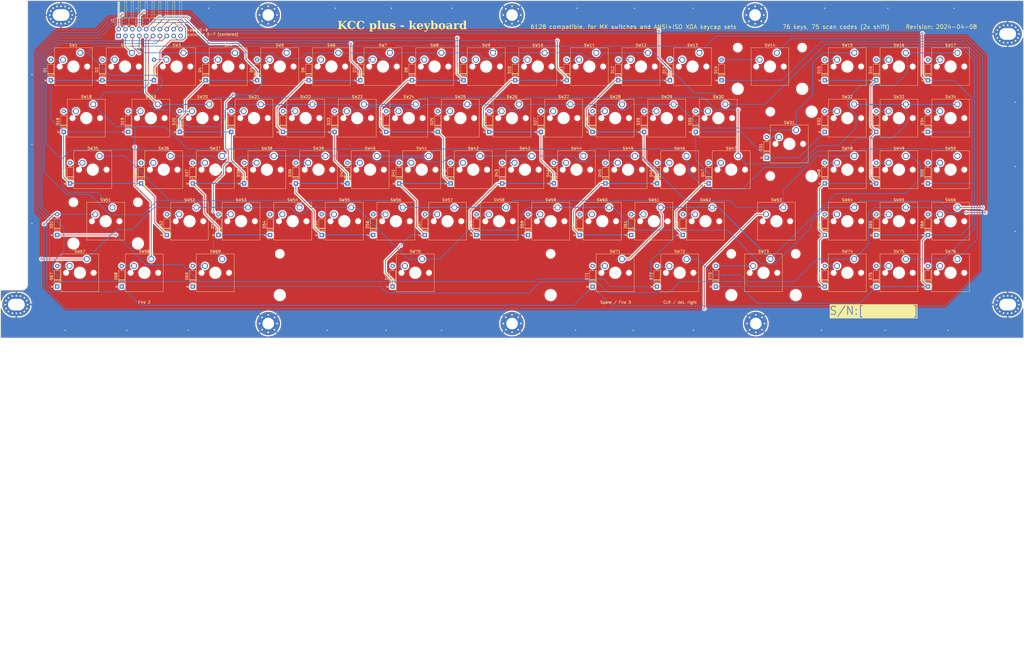
<source format=kicad_pcb>
(kicad_pcb (version 20240108) (generator "pcbnew") (generator_version "8.0")
  (title_block (title "KCC plus - keyboard") (date "2024-04-08") (rev "1A") (company "Benedikt Freisen") (comment 1 "6128 compatible, for MX switches and ANSI+ISO XDA keycap sets") (comment 2 "76 keys, 75 scan codes (2x shift)") (comment 4 "Keyboard assembly for the KCC plus"))
  (layers (0 "F.Cu" signal) (31 "B.Cu" signal) (34 "B.Paste" user) (35 "F.Paste" user) (36 "B.SilkS" user "B.Silkscreen") (37 "F.SilkS" user "F.Silkscreen") (38 "B.Mask" user) (39 "F.Mask" user) (44 "Edge.Cuts" user))
  (net 0 "")
  (net 1 "ROW0")
  (net 2 "Net-(D1-A)")
  (net 3 "Net-(D2-A)")
  (net 4 "Net-(D3-A)")
  (net 5 "Net-(D4-A)")
  (net 6 "Net-(D5-A)")
  (net 7 "Net-(D6-A)")
  (net 8 "Net-(D7-A)")
  (net 9 "Net-(D8-A)")
  (net 10 "ROW1")
  (net 11 "Net-(D9-A)")
  (net 12 "Net-(D10-A)")
  (net 13 "Net-(D11-A)")
  (net 14 "Net-(D12-A)")
  (net 15 "Net-(D13-A)")
  (net 16 "Net-(D14-A)")
  (net 17 "Net-(D15-A)")
  (net 18 "Net-(D16-A)")
  (net 19 "ROW2")
  (net 20 "Net-(D17-A)")
  (net 21 "Net-(D18-A)")
  (net 22 "Net-(D19-A)")
  (net 23 "Net-(D20-A)")
  (net 24 "Net-(D21-A)")
  (net 25 "Net-(D22-A)")
  (net 26 "Net-(D23-A)")
  (net 27 "Net-(D24-A)")
  (net 28 "ROW3")
  (net 29 "Net-(D25-A)")
  (net 30 "Net-(D26-A)")
  (net 31 "Net-(D27-A)")
  (net 32 "Net-(D28-A)")
  (net 33 "Net-(D29-A)")
  (net 34 "Net-(D30-A)")
  (net 35 "Net-(D31-A)")
  (net 36 "Net-(D32-A)")
  (net 37 "ROW4")
  (net 38 "Net-(D33-A)")
  (net 39 "Net-(D34-A)")
  (net 40 "Net-(D35-A)")
  (net 41 "Net-(D36-A)")
  (net 42 "Net-(D37-A)")
  (net 43 "Net-(D38-A)")
  (net 44 "Net-(D39-A)")
  (net 45 "Net-(D40-A)")
  (net 46 "ROW5")
  (net 47 "Net-(D41-A)")
  (net 48 "Net-(D42-A)")
  (net 49 "Net-(D43-A)")
  (net 50 "Net-(D44-A)")
  (net 51 "Net-(D45-A)")
  (net 52 "Net-(D46-A)")
  (net 53 "Net-(D47-A)")
  (net 54 "Net-(D48-A)")
  (net 55 "ROW6")
  (net 56 "Net-(D49-A)")
  (net 57 "Net-(D50-A)")
  (net 58 "Net-(D51-A)")
  (net 59 "Net-(D52-A)")
  (net 60 "Net-(D53-A)")
  (net 61 "Net-(D54-A)")
  (net 62 "Net-(D55-A)")
  (net 63 "Net-(D56-A)")
  (net 64 "ROW7")
  (net 65 "Net-(D57-A)")
  (net 66 "Net-(D58-A)")
  (net 67 "Net-(D59-A)")
  (net 68 "Net-(D60-A)")
  (net 69 "Net-(D61-A)")
  (net 70 "Net-(D62-A)")
  (net 71 "Net-(D74-A)")
  (net 72 "ROW8")
  (net 73 "Net-(D65-A)")
  (net 74 "Net-(D66-A)")
  (net 75 "Net-(D67-A)")
  (net 76 "Net-(D68-A)")
  (net 77 "Net-(D69-A)")
  (net 78 "Net-(D70-A)")
  (net 79 "Net-(D71-A)")
  (net 80 "Net-(D72-A)")
  (net 81 "ROW9")
  (net 82 "Net-(D73-A)")
  (net 83 "COL0")
  (net 84 "COL1")
  (net 85 "COL2")
  (net 86 "COL3")
  (net 87 "COL4")
  (net 88 "COL5")
  (net 89 "COL6")
  (net 90 "COL7")
  (net 91 "Net-(D64-A)")
  (net 92 "Net-(D75-A)")
  (net 93 "Net-(D76-A)")
  (net 94 "GND")
  (footprint "MountingHole:MountingHole_4.3mm_M4_Pad_Via" (layer "F.Cu") (at 208.25 26)
    (property "Reference" "H2" (hide yes))
    (property "Value" "MountingHole")
  )
  (footprint "Button_Switch_Keyboard:SW_Cherry_MX_1.00u_PCB" (layer "F.Cu") (at 334.6 78.06)
    (property "Reference" "SW48")
    (property "Value" "SW_Push")
  )
  (footprint "Button_Switch_Keyboard:SW_Cherry_MX_1.00u_PCB" (layer "F.Cu") (at 172.675 59.01)
    (property "Reference" "SW24")
    (property "Value" "SW_Push")
  )
  (footprint "Button_Switch_Keyboard:SW_Cherry_MX_1.00u_PCB" (layer "F.Cu") (at 206.0125 97.11)
    (property "Reference" "SW58")
    (property "Value" "SW_Push")
  )
  (footprint "Diode_THT:D_DO-35_SOD27_P7.62mm_Horizontal" (layer "F.Cu") (at 80.8125 107.27 90)
    (property "Reference" "D52")
    (property "Value" "D")
  )
  (footprint "Diode_THT:D_DO-35_SOD27_P7.62mm_Horizontal" (layer "F.Cu") (at 271.3125 107.27 90)
    (property "Reference" "D62")
    (property "Value" "D")
  )
  (footprint "MountingHole:MountingHole_4.3mm_M4_Pad_Via" (layer "F.Cu") (at 208.25 140)
    (property "Reference" "H5" (hide yes))
    (property "Value" "MountingHole")
  )
  (footprint "Diode_THT:D_DO-35_SOD27_P7.62mm_Horizontal" (layer "F.Cu") (at 185.5875 88.22 90)
    (property "Reference" "D42")
    (property "Value" "D")
  )
  (footprint "Button_Switch_Keyboard:SW_Cherry_MX_1.00u_PCB" (layer "F.Cu") (at 353.65 97.11)
    (property "Reference" "SW65")
    (property "Value" "SW_Push")
  )
  (footprint "MountingHole:MountingHole_4.3x6.2mm_M4_Pad_Via" (layer "F.Cu") (at 41.75 26)
    (property "Reference" "H1" (hide yes))
    (property "Value" "MountingHole")
  )
  (footprint "Diode_THT:D_DO-35_SOD27_P7.62mm_Horizontal" (layer "F.Cu") (at 109.3875 88.22 90)
    (property "Reference" "D38")
    (property "Value" "D")
  )
  (footprint "Button_Switch_Keyboard:SW_Cherry_MX_1.00u_PCB" (layer "F.Cu") (at 96.475 59.01)
    (property "Reference" "SW20")
    (property "Value" "SW_Push")
  )
  (footprint "Button_Switch_Keyboard:SW_Cherry_MX_1.00u_PCB" (layer "F.Cu") (at 48.85 39.96)
    (property "Reference" "SW1")
    (property "Value" "SW_Push")
  )
  (footprint "Button_Switch_Keyboard:SW_Cherry_MX_1.25u_PCB" (layer "F.Cu") (at 51.23125 116.16)
    (property "Reference" "SW67")
    (property "Value" "SW_Push")
  )
  (footprint "Diode_THT:D_DO-35_SOD27_P7.62mm_Horizontal" (layer "F.Cu") (at 42.7125 69.17 90)
    (property "Reference" "D18")
    (property "Value" "D")
  )
  (footprint "Button_Switch_Keyboard:SW_Cherry_MX_1.00u_PCB" (layer "F.Cu") (at 239.35 39.96)
    (property "Reference" "SW11")
    (property "Value" "SW_Push")
  )
  (footprint "Diode_THT:D_DO-35_SOD27_P7.62mm_Horizontal" (layer "F.Cu") (at 164.15625 126.32 90)
    (property "Reference" "D70")
    (property "Value" "D")
  )
  (footprint "Button_Switch_Keyboard:SW_Cherry_MX_1.00u_PCB" (layer "F.Cu") (at 77.425 59.01)
    (property "Reference" "SW19")
    (property "Value" "SW_Push")
  )
  (footprint "Diode_THT:D_DO-35_SOD27_P7.62mm_Horizontal" (layer "F.Cu") (at 37.95 50.12 90)
    (property "Reference" "D1")
    (property "Value" "D")
  )
  (footprint "Diode_THT:D_DO-35_SOD27_P7.62mm_Horizontal" (layer "F.Cu") (at 285.6 50.12 90)
    (property "Reference" "D14")
    (property "Value" "D")
  )
  (footprint "Diode_THT:D_DO-35_SOD27_P7.62mm_Horizontal" (layer "F.Cu") (at 104.625 69.17 90)
    (property "Reference" "D21")
    (property "Value" "D")
  )
  (footprint "Button_Switch_Keyboard:SW_Cherry_MX_1.00u_PCB" (layer "F.Cu") (at 144.1 39.96)
    (property "Reference" "SW6")
    (property "Value" "SW_Push")
  )
  (footprint "Button_Switch_Keyboard:SW_Cherry_MX_1.00u_PCB" (layer "F.Cu") (at 191.725 59.01)
    (property "Reference" "SW25")
    (property "Value" "SW_Push")
  )
  (footprint "Diode_THT:D_DO-35_SOD27_P7.62mm_Horizontal" (layer "F.Cu") (at 276.075 69.17 90)
    (property "Reference" "D30")
    (property "Value" "D")
  )
  (footprint "Button_Switch_Keyboard:SW_Cherry_MX_1.00u_PCB" (layer "F.Cu") (at 225.0625 97.11)
    (property "Reference" "SW59")
    (property "Value" "SW_Push")
  )
  (footprint "Button_Switch_Keyboard:SW_Cherry_MX_1.25u_PCB" (layer "F.Cu") (at 75.04375 116.16)
    (property "Reference" "SW68")
    (property "Value" "SW_Push")
  )
  (footprint "Button_Switch_Keyboard:SW_Cherry_MX_1.00u_PCB" (layer "F.Cu") (at 148.8625 97.11)
    (property "Reference" "SW55")
    (property "Value" "SW_Push")
  )
  (footprint "Diode_THT:D_DO-35_SOD27_P7.62mm_Horizontal" (layer "F.Cu") (at 57 50.12 90)
    (property "Reference" "D2")
    (property "Value" "D")
  )
  (footprint "Button_Switch_Keyboard:SW_Cherry_MX_1.00u_PCB" (layer "F.Cu") (at 201.25 39.96)
    (property "Reference" "SW9")
    (property "Value" "SW_Push")
  )
  (footprint "Diode_THT:D_DO-35_SOD27_P7.62mm_Horizontal" (layer "F.Cu") (at 90.3375 88.22 90)
    (property "Reference" "D37")
    (property "Value" "D")
  )
  (footprint "Button_Switch_Keyboard:SW_Cherry_MX_1.00u_PCB" (layer "F.Cu") (at 125.05 39.96)
    (property "Reference" "SW5")
    (property "Value" "SW_Push")
  )
  (footprint "Diode_THT:D_DO-35_SOD27_P7.62mm_Horizontal" (layer "F.Cu") (at 157.0125 107.27 90)
    (property "Reference" "D56")
    (property "Value" "D")
  )
  (footprint "Diode_THT:D_DO-35_SOD27_P7.62mm_Horizontal" (layer "F.Cu") (at 242.7375 88.22 90)
    (property "Reference" "D45")
    (property "Value" "D")
  )
  (footprint "Button_Switch_Keyboard:SW_Cherry_MX_1.00u_PCB" (layer "F.Cu") (at 334.6 97.11)
    (property "Reference" "SW64")
    (property "Value" "SW_Push")
  )
  (footprint "Button_Switch_Keyboard:SW_Cherry_MX_1.00u_PCB" (layer "F.Cu") (at 163.15 39.96)
    (property "Reference" "SW7")
    (property "Value" "SW_Push")
  )
  (footprint "Button_Switch_Keyboard:SW_Cherry_MX_1.00u_PCB" (layer "F.Cu") (at 158.3875 78.06)
    (property "Reference" "SW40")
    (property "Value" "SW_Push")
  )
  (footprint "Button_Switch_Keyboard:SW_Cherry_MX_1.00u_PCB" (layer "F.Cu") (at 101.2375 78.06)
    (property "Reference" "SW37")
    (property "Value" "SW_Push")
  )
  (footprint "Button_Switch_Keyboard:SW_Cherry_MX_1.00u_PCB" (layer "F.Cu") (at 272.6875 116.16)
    (property "Reference" "SW72")
    (property "Value" "SW_Push")
  )
  (footprint "Button_Switch_Keyboard:SW_Cherry_MX_1.00u_PCB" (layer "F.Cu") (at 167.9125 97.11)
    (property "Reference" "SW56")
    (property "Value" "SW_Push")
  )
  (footprint "MountingHole:MountingHole_4.3x6.2mm_M4_Pad_Via" (layer "F.Cu") (at 25.25 133)
    (property "Reference" "H4" (hide yes))
    (property "Value" "MountingHole")
  )
  (footprint "Diode_THT:D_DO-35_SOD27_P7.62mm_Horizontal" (layer "F.Cu") (at 218.925 69.17 90)
    (property "Reference" "D27")
    (property "Value" "D")
  )
  (footprint "Button_Switch_Keyboard:SW_Cherry_MX_1.00u_PCB" (layer "F.Cu") (at 134.575 59.01)
    (property "Reference" "SW22")
    (property "Value" "SW_Push")
  )
  (footprint "Diode_THT:D_DO-35_SOD27_P7.62mm_Horizontal" (layer "F.Cu") (at 252.2625 107.27 90)
    (property "Reference" "D61")
    (property "Value" "D")
  )
  (footprint "Button_Switch_Keyboard:SW_Cherry_MX_6.25u_PCB" (layer "F.Cu") (at 175.05625 116.16)
    (property "Reference" "SW70")
    (property "Value" "SW_Push")
  )
  (footprint "Button_Switch_Keyboard:SW_Cherry_MX_1.00u_PCB" (layer "F.Cu") (at 291.7375 78.06)
    (property "Reference" "SW47")
    (property "Value" "SW_Push")
  )
  (footprint "Button_Switch_Keyboard:SW_Cherry_MX_1.50u_PCB" (layer "F.Cu") (at 248.875 116.16)
    (property "Reference" "SW71")
    (property "Value" "SW_Push")
  )
  (footprint "Button_Switch_Keyboard:SW_Cherry_MX_1.00u_PCB" (layer "F.Cu") (at 353.65 78.06)
    (property "Reference" "SW49")
    (property "Value" "SW_Push")
  )
  (footprint "Diode_THT:D_DO-35_SOD27_P7.62mm_Horizontal" (layer "F.Cu") (at 161.775 69.17 90)
    (property "Reference" "D24")
    (property "Value" "D")
  )
  (footprint "Diode_THT:D_DO-35_SOD27_P7.62mm_Horizontal" (layer "F.Cu") (at 71.2875 88.22 90)
    (property "Reference" "D36")
    (property "Value" "D")
  )
  (footprint "Diode_THT:D_DO-35_SOD27_P7.62mm_Horizontal" (layer "F.Cu") (at 342.75 126.32 90)
    (property "Reference" "D75")
    (property "Value" "D")
  )
  (footprint "Button_Switch_Keyboard:SW_Cherry_MX_1.00u_PCB" (layer "F.Cu") (at 263.1625 97.11)
    (property "Reference" "SW61")
    (property "Value" "SW_Push")
  )
  (footprint "Button_Switch_Keyboard:SW_Cherry_MX_1.00u_PCB" (layer "F.Cu") (at 229.825 59.01)
    (property "Reference" "SW27")
    (property "Value" "SW_Push")
  )
  (footprint "Diode_THT:D_DO-35_SOD27_P7.62mm_Horizontal" (layer "F.Cu") (at 118.9125 107.27 90)
    (property "Reference" "D54")
    (property "Value" "D")
  )
  (footprint "Diode_THT:D_DO-35_SOD27_P7.62mm_Horizontal" (layer "F.Cu") (at 123.675 69.17 90)
    (property "Reference" "D22")
    (property "Value" "D")
  )
  (footprint "Diode_THT:D_DO-35_SOD27_P7.62mm_Horizontal" (layer "F.Cu") (at 361.8 50.12 90)
    (property "Reference" "D17")
    (property "Value" "D")
  )
  (footprint "Diode_THT:D_DO-35_SOD27_P7.62mm_Horizontal" (layer "F.Cu") (at 280.8375 88.22 90)
    (property "Reference" "D47")
    (property "Value" "D")
  )
  (footprint "Button_Switch_Keyboard:SW_Cherry_MX_2.00u_PCB" (layer "F.Cu") (at 306.025 39.96)
    (property "Reference" "SW14")
    (property "Value" "SW_Push")
  )
  (footprint "Diode_THT:D_DO-35_SOD27_P7.62mm_Horizontal" (layer "F.Cu") (at 237.975 69.17 90)
    (property "Reference" "D28")
    (property "Value" "D")
  )
  (footprint "Button_Switch_Keyboard:SW_Cherry_MX_1.00u_PCB" (layer "F.Cu") (at 267.925 59.01)
    (property "Reference" "SW29")
    (property "Value" "SW_Push")
  )
  (footprint "Diode_THT:D_DO-35_SOD27_P7.62mm_Horizontal" (layer "F.Cu") (at 45.09375 88.22 90)
    (property "Reference" "D35")
    (property "Value" "D")
  )
  (footprint "Diode_THT:D_DO-35_SOD27_P7.62mm_Horizontal" (layer "F.Cu") (at 323.7 126.32 90)
    (property "Reference" "D74")
    (property "Value" "D")
  )
  (footprint "Diode_THT:D_DO-35_SOD27_P7.62mm_Horizontal" (layer "F.Cu") (at 137.9625 107.27 90)
    (property "Reference" "D55")
    (property "Value" "D")
  )
  (footprint "Button_Switch_Keyboard:SW_Cherry_MX_1.75u_PCB" (layer "F.Cu") (at 55.99375 78.06)
    (property "Reference" "SW35")
    (property "Value" "SW_Push")
  )
  (footprint "Diode_THT:D_DO-35_SOD27_P7.62mm_Horizontal" (layer "F.Cu") (at 361.8 126.32 90)
    (property "Reference" "D76")
    (property "Value" "D")
  )
  (footprint "Button_Switch_Keyboard:SW_Cherry_MX_1.00u_PCB" (layer "F.Cu") (at 91.7125 97.11)
    (property "Reference" "SW52")
    (property "Value" "SW_Push")
  )
  (footprint "Button_Switch_Keyboard:SW_Cherry_MX_1.00u_PCB" (layer "F.Cu") (at 210.775 59.01)
    (property "Reference" "SW26")
    (property "Value" "SW_Push")
  )
  (footprint "Diode_THT:D_DO-35_SOD27_P7.62mm_Horizontal" (layer "F.Cu") (at 142.725 69.17 90)
    (property "Reference" "D23")
    (property "Value" "D")
  )
  (footprint "Button_Switch_Keyboard:SW_Cherry_MX_1.00u_PCB" (layer "F.Cu") (at 253.6375 78.06)
    (property "Reference" "SW45")
    (property "Value" "SW_Push")
  )
  (footprint "Button_Switch_Keyboard:SW_Cherry_MX_ISOEnter_PCB" (layer "F.Cu") (at 313.16875 68.535)
    (property "Reference" "SW31")
    (property "Value" "SW_Push")
  )
  (footprint "Diode_THT:D_DO-35_SOD27_P7.62mm_Horizontal" (layer "F.Cu") (at 90.3375 126.32 90)
    (property "Reference" "D69")
    (property "Value" "D")
  )
  (footprint "Diode_THT:D_DO-35_SOD27_P7.62mm_Horizontal" (layer "F.Cu") (at 233.2125 107.27 90)
    (property "Reference" "D60")
    (property "Value" "D")
  )
  (footprint "Button_Switch_Keyboard:SW_Cherry_MX_1.50u_PCB" (layer "F.Cu") (at 101.2375 116.16)
    (property "Reference" "SW69")
    (property "Value" "SW_Push")
  )
  (footprint "MountingHole:MountingHole_4.3mm_M4_Pad_Via" (layer "F.Cu") (at 118.25 140)
    (property "Reference" "H9" (hide yes))
    (property "Value" "MountingHole")
  )
  (footprint "Button_Switch_Keyboard:SW_Cherry_MX_1.00u_PCB" (layer "F.Cu") (at 182.2 39.96)
    (property "Reference" "SW8")
    (property "Value" "SW_Push")
  )
  (footprint "Button_Switch_Keyboard:SW_Cherry_MX_1.00u_PCB" (layer "F.Cu") (at 82.1875 78.06)
    (property "Reference" "SW36")
    (property "Value" "SW_Push")
  )
  (footprint "Diode_THT:D_DO-35_SOD27_P7.62mm_Horizontal" (layer "F.Cu") (at 209.4 50.12 90)
    (property "Reference" "D10")
    (property "Value" "D")
  )
  (footprint "Diode_THT:D_DO-35_SOD27_P7.62mm_Horizontal" (layer "F.Cu") (at 266.55 50.12 90)
    (property "Reference" "D13")
    (property "Value" "D")
  )
  (footprint "Diode_THT:D_DO-35_SOD27_P7.62mm_Horizontal" (layer "F.Cu") (at 128.4375 88.22 90)
    (property "Reference" "D39")
    (property "Value" "D")
  )
  (footprint "Diode_THT:D_DO-35_SOD27_P7.62mm_Horizontal" (layer "F.Cu") (at 85.575 69.17 90)
    (property "Reference" "D20")
    (property "Value" "D")
  )
  (footprint "MountingHole:MountingHole_4.3mm_M4_Pad_Via" (layer "F.Cu") (at 298.25 140)
    (property "Reference" "H10" (hide yes))
    (property "Value" "MountingHole")
  )
  (footprint "Diode_THT:D_DO-35_SOD27_P7.62mm_Horizontal" (layer "F.Cu") (at 237.975 126.32 90)
    (property "Reference" "D71")
    (property "Value" "D")
  )
  (footprint "Diode_THT:D_DO-35_SOD27_P7.62mm_Horizontal" (layer "F.Cu") (at 199.875 69.17 90)
    (property "Reference" "D26")
    (property "Value" "D")
  )
  (footprint "Button_Switch_Keyboard:SW_Cherry_MX_1.00u_PCB" (layer "F.Cu") (at 334.6 39.96)
    (property "Reference" "SW15")
    (property "Value" "SW_Push")
  )
  (footprint "Button_Switch_Keyboard:SW_Cherry_MX_1.00u_PCB" (layer "F.Cu") (at 372.7 39.96)
    (property "Reference" "SW17")
    (property "Value" "SW_Push")
  )
  (footprint "Button_Switch_Keyboard:SW_Cherry_MX_1.00u_PCB" (layer "F.Cu") (at 248.875 59.01)
    (property "Reference" "SW28")
    (property "Value" "SW_Push")
  )
  (footprint "Diode_THT:D_DO-35_SOD27_P7.62mm_Horizontal" (layer "F.Cu") (at 342.75 107.27 90)
    (property "Reference" "D65")
    (property "Value" "D")
  )
  (footprint "Button_Switch_Keyboard:SW_Cherry_MX_1.00u_PCB" (layer "F.Cu") (at 334.6 116.16)
    (property "Reference" "SW74")
    (property "Value" "SW_Push")
  )
  (footprint "Button_Switch_Keyboard:SW_Cherry_MX_1.00u_PCB" (layer "F.Cu") (at 282.2125 97.11)
    (property "Reference" "SW62")
    (property "Value" "SW_Push")
  )
  (footprint "Diode_THT:D_DO-35_SOD27_P7.62mm_Horizontal" (layer "F.Cu") (at 283.51 126.32 90)
    (property "Reference" "D73")
    (property "Value" "D")
  )
  (footprint "MountingHole:MountingHole_4.3mm_M4_Pad_Via" (layer "F.Cu") (at 298 26)
    (property "Reference" "H8" (hide yes))
    (property "Value" "MountingHole")
  )
  (footprint "MountingHole:MountingHole_4.3mm_M4_Pad_Via" (layer "F.Cu") (at 118.25 26)
    (property "Reference" "H7" (hide yes))
    (property "Value" "MountingHole")
  )
  (footprint "Button_Switch_Keyboard:SW_Cherry_MX_1.00u_PCB" (layer "F.Cu") (at 372.7 59.01)
    (property "Reference" "SW34")
    (property "Value" "SW_Push")
  )
  (footprint "Diode_THT:D_DO-35_SOD27_P7.62mm_Horizontal" (layer "F.Cu") (at 195.1125 107.27 90)
    (property "Reference" "D58")
    (property "Value" "D")
  )
  (footprint "Diode_THT:D_DO-35_SOD27_P7.62mm_Horizontal" (layer "F.Cu") (at 190.35 50.12 90)
    (property "Reference" "D9")
    (property "Value" "D")
  )
  (footprint "Diode_THT:D_DO-35_SOD27_P7.62mm_Horizontal" (layer "F.Cu") (at 76.05 50.12 90)
    (property "Reference" "D3")
    (property "Value" "D")
  )
  (footprint "Diode_THT:D_DO-35_SOD27_P7.62mm_Horizontal" (layer "F.Cu") (at 361.8 69.17 90)
    (property "Reference" "D34")
    (property "Value" "D")
  )
  (footprint "Button_Switch_Keyboard:SW_Cherry_MX_1.00u_PCB" (layer "F.Cu") (at 115.525 59.01)
    (property "Reference" "SW21")
    (property "Value" "SW_Push")
  )
  (footprint "Button_Switch_Keyboard:SW_Cherry_MX_1.00u_PCB" (layer "F.Cu") (at 334.6 59.01)
    (property "Reference" "SW32")
    (property "Value" "SW_Push")
  )
  (footprint "Button_Switch_Keyboard:SW_Cherry_MX_1.00u_PCB" (layer "F.Cu") (at 353.65 116.16)
    (property "Reference" "SW75")
    (property "Value" "SW_Push")
  )
  (footprint "Button_Switch_Keyboard:SW_Cherry_MX_1.00u_PCB" (layer "F.Cu") (at 286.975 59.01)
    (property "Reference" "SW30")
    (property "Value" "SW_Push")
  )
  (footprint "Button_Switch_Keyboard:SW_Cherry_MX_1.00u_PCB" (layer "F.Cu") (at 220.3 39.96)
    (property "Reference" "SW10")
    (property "Value" "SW_Push")
  )
  (footprint "Diode_THT:D_DO-35_SOD27_P7.62mm_Horizontal" (layer "F.Cu") (at 176.0625 107.27 90)
    (property "Reference" "D57")
    (property "Value" "D")
  )
  (footprint "Button_Switch_Keyboard:SW_Cherry_MX_2.25u_PCB" (layer "F.Cu") (at 303.64375 116.16)
    (property "Reference" "SW73")
    (property "Value" "SW_Push")
  )
  (footprint "Diode_THT:D_DO-35_SOD27_P7.62mm_Horizontal" (layer "F.Cu") (at 361.8 107.27 90)
    (property "Reference" "D66")
    (property "Value" "D")
  )
  (footprint "Button_Switch_Keyboard:SW_Cherry_MX_1.00u_PCB" (layer "F.Cu") (at 215.5375 78.06)
    (property "Reference" "SW43")
    (property "Value" "SW_Push")
  )
  (footprint "Button_Switch_Keyboard:SW_Cherry_MX_1.00u_PCB" (layer "F.Cu") (at 234.5875 78.06)
    (property "Reference" "SW44")
    (property "Value" "SW_Push")
  )
  (footprint "Button_Switch_Keyboard:SW_Cherry_MX_1.00u_PCB" (layer "F.Cu") (at 67.9 39.96)
    (property "Reference" "SW2")
    (property "Value" "SW_Push")
  )
  (footprint "Button_Switch_Keyboard:SW_Cherry_MX_1.00u_PCB" (layer "F.Cu") (at 258.4 39.96)
    (property "Reference" "SW12")
    (property "Value" "SW_Push")
  )
  (footprint "Button_Switch_Keyboard:SW_Cherry_MX_1.00u_PCB" (layer "F.Cu") (at 196.4875 78.06)
    (property "Reference" "SW42")
    (property "Value" "SW_Push")
  )
  (footprint "Button_Switch_Keyboard:SW_Cherry_MX_1.00u_PCB" (layer "F.Cu") (at 372.7 97.11)
    (property "Reference" "SW66")
    (property "Value" "SW_Push")
  )
  (footprint "Diode_THT:D_DO-35_SOD27_P7.62mm_Horizontal" (layer "F.Cu") (at 40.33125 126.32 90)
    (property "Reference" "D67")
    (property "Value" "D")
  )
  (footprint "Diode_THT:D_DO-35_SOD27_P7.62mm_Horizontal" (layer "F.Cu") (at 204.6375 88.22 90)
    (property "Reference" "D43")
    (property "Value" "D")
  )
  (footprint "Button_Switch_Keyboard:SW_Cherry_MX_1.00u_PCB" (layer "F.Cu") (at 177.4375 78.06)
    (property "Reference" "SW41")
    (property "Value" "SW_Push")
  )
  (footprint "Diode_THT:D_DO-35_SOD27_P7.62mm_Horizontal" (layer "F.Cu") (at 342.75 50.12 90)
    (property "Reference" "D16")
    (property "Value" "D")
  )
  (footprint "Diode_THT:D_DO-35_SOD27_P7.62mm_Horizontal" (layer "F.Cu") (at 257.025 69.17 90)
    (property "Reference" "D29")
    (property "Value" "D")
  )
  (footprint "Diode_THT:D_DO-35_SOD27_P7.62mm_Horizontal" (layer "F.Cu") (at 152.25 50.12 90)
    (property "Reference" "D7")
    (property "Value" "D")
  )
  (footprint "Diode_THT:D_DO-35_SOD27_P7.62mm_Horizontal" (layer "F.Cu") (at 323.7 107.27 90)
    (property "Reference" "D64")
    (property "Value" "D")
  )
  (footprint "Button_Switch_Keyboard:SW_Cherry_MX_1.00u_PCB" (layer "F.Cu") (at 153.625 59.01)
    (property "Reference" "SW23")
    (property "Value" "SW_Push")
  )
  (footprint "Diode_THT:D_DO-35_SOD27_P7.62mm_Horizontal" (layer "F.Cu") (at 40.33125 107.25 90)
    (property "Reference" "D51")
    (property "Value" "D")
  )
  (footprint "Button_Switch_Keyboard:SW_Cherry_MX_1.00u_PCB" (layer "F.Cu") (at 372.7 78.06)
    (property "Reference" "SW50")
    (property "Value" "SW_Push")
  )
  (footprint "Diode_THT:D_DO-35_SOD27_P7.62mm_Horizontal" (layer "F.Cu") (at 302.26875 78.695 90)
    (property "Reference" "D31")
    (property "Value" "D")
  )
  (footprint "Diode_THT:D_DO-35_SOD27_P7.62mm_Horizontal" (layer "F.Cu") (at 171.3 50.12 90)
    (property "Reference" "D8")
    (property "Value" "D")
  )
  (footprint "Diode_THT:D_DO-35_SOD27_P7.62mm_Horizontal" (layer "F.Cu") (at 361.8 88.22 90)
    (property "Reference" "D50")
    (property "Value" "D")
  )
  (footprint "Diode_THT:D_DO-35_SOD27_P7.62mm_Horizontal" (layer "F.Cu") (at 147.4875 88.22 90)
    (property "Reference" "D40")
    (property "Value" "D")
  )
  (footprint "Connector_PinHeader_2.54mm:PinHeader_2x10_P2.54mm_Horizontal" (layer "F.Cu") (at 63 33.75 90)
    (property "Reference" "J1")
    (property "Value" "Conn_02x10_Odd_Even")
  )
  (footprint "Diode_THT:D_DO-35_SOD27_P7.62mm_Horizontal" (layer "F.Cu") (at 64.14375 126.32 90)
    (property "Reference" "D68")
    (property "Value" "D")
  )
  (footprint "Diode_THT:D_DO-35_SOD27_P7.62mm_Horizontal" (layer "F.Cu") (at 342.75 69.17 90)
    (property "Reference" "D33")
    (property "Value" "D")
  )
  (footprint "Button_Switch_Keyboard:SW_Cherry_MX_1.75u_PCB" (layer "F.Cu") (at 308.40625 97.11)
    (property "Reference" "SW63")
    (property "Value" "SW_Push")
  )
  (footprint "Button_Switch_Keyboard:SW_Cherry_MX_1.00u_PCB" (layer "F.Cu") (at 353.65 39.96)
    (property "Reference" "SW16")
    (property "Value" "SW_Push")
  )
  (footprint "Diode_THT:D_DO-35_SOD27_P7.62mm_Horizontal" (layer "F.Cu") (at 261.7875 126.32 90)
    (property "Reference" "D72")
    (property "Value" "D")
  )
  (footprint "Button_Switch_Keyboard:SW_Cherry_MX_1.00u_PCB" (layer "F.Cu") (at 139.3375 78.06)
    (property "Reference" "SW39")
    (property "Value" "SW_Push")
  )
  (footprint "Button_Switch_Keyboard:SW_Cherry_MX_1.00u_PCB" (layer "F.Cu") (at 106 39.96)
    (property "Reference" "SW4")
    (property "Value" "SW_Push")
  )
  (footprint "Button_Switch_Keyboard:SW_Cherry_MX_2.25u_PCB" (layer "F.Cu") (at 60.75625 97.11)
    (property "Reference" "SW51")
    (property "Value" "SW_Push")
  )
  (footprint "Diode_THT:D_DO-35_SOD27_P7.62mm_Horizontal" (layer "F.Cu") (at 99.8625 107.27 90)
    (property "Reference" "D53")
    (property "Value" "D")
  )
  (footprint "Diode_THT:D_DO-35_SOD27_P7.62mm_Horizontal" (layer "F.Cu") (at 95.1 50.12 90)
    (property "Reference" "D4")
    (property "Value" "D")
  )
  (footprint "MountingHole:MountingHole_4.3x6.2mm_M4_Pad_Via" (layer "F.Cu") (at 391.25 33)
    (property "Reference" "H3" (hide yes))
    (property "Value" "MountingHole")
  )
  (footprint "Diode_THT:D_DO-35_SOD27_P7.62mm_Horizontal" (layer "F.Cu") (at 342.75 88.22 90)
    (property "Reference" "D49")
    (property "Value" "D")
  )
  (footprint "Button_Switch_Keyboard:SW_Cherry_MX_1.00u_PCB" (layer "F.Cu") (at 86.95 39.96)
    (property "Reference" "SW3")
    (property "Value" "SW_Push")
  )
  (footprint "Button_Switch_Keyboard:SW_Cherry_MX_1.00u_PCB" (layer "F.Cu") (at 353.65 59.01)
    (property "Reference" "SW33")
    (property "Value" "SW_Push")
  )
  (footprint "Diode_THT:D_DO-35_SOD27_P7.62mm_Horizontal" (layer "F.Cu") (at 323.7 50.12 90)
    (property "Reference" "D15")
    (property "Value" "D")
  )
  (footprint "Button_Switch_Keyboard:SW_Cherry_MX_1.00u_PCB" (layer "F.Cu") (at 186.9625 97.11)
    (property "Reference" "SW57")
    (property "Value" "SW_Push")
  )
  (footprint "Diode_THT:D_DO-35_SOD27_P7.62mm_Horizontal" (layer "F.Cu") (at 261.7875 88.22 90)
    (property "Reference" "D46")
    (property "Value" "D")
  )
  (footprint "Button_Switch_Keyboard:SW_Cherry_MX_1.00u_PCB" (layer "F.Cu") (at 120.2875 78.06)
    (property "Reference" "SW38")
    (property "Value" "SW_Push")
  )
  (footprint "Diode_THT:D_DO-35_SOD27_P7.62mm_Horizontal" (layer "F.Cu") (at 133.2 50.12 90)
    (property "Reference" "D6")
    (property "Value" "D")
  )
  (footprint "Button_Switch_Keyboard:SW_Cherry_MX_1.00u_PCB" (layer "F.Cu") (at 272.6875 78.06)
    (property "Reference" "SW46")
    (property "Value" "SW_Push")
  )
  (footprint "Button_Switch_Keyboard:SW_Cherry_MX_1.00u_PCB" (layer "F.Cu") (at 244.1125 97.11)
    (property "Reference" "SW60")
    (property "Value" "SW_Push")
  )
  (footprint "Button_Switch_Keyboard:SW_Cherry_MX_1.00u_PCB" (layer "F.Cu") (at 110.7625 97.11)
    (property "Reference" "SW53")
    (property "Value" "SW_Push")
  )
  (footprint "Diode_THT:D_DO-35_SOD27_P7.62mm_Horizontal" (layer "F.Cu") (at 166.5375 88.22 90)
    (property "Reference" "D41")
    (property "Value" "D")
  )
  (footprint "Diode_THT:D_DO-35_SOD27_P7.62mm_Horizontal" (layer "F.Cu") (at 228.45 50.12 90)
    (property "Reference" "D11")
    (property "Value" "D")
  )
  (footprint "Diode_THT:D_DO-35_SOD27_P7.62mm_Horizontal" (layer "F.Cu") (at 214.1625 107.27 90)
    (property "Reference" "D59")
    (property "Value" "D")
  )
  (footprint "Diode_THT:D_DO-35_SOD27_P7.62mm_Horizontal" (layer "F.Cu") (at 66.525 69.17 90)
    (property "Reference" "D19")
    (property "Value" "D")
  )
  (footprint "MountingHole:MountingHole_4.3x6.2mm_M4_Pad_Via" (layer "F.Cu") (at 391.25 133)
    (property "Reference" "H6" (hide yes))
    (property "Value" "MountingHole")
  )
  (footprint "Button_Switch_Keyboard:SW_Cherry_MX_1.00u_PCB" (layer "F.Cu") (at 277.45 39.96)
    (property "Reference" "SW13")
    (property "Value" "SW_Push")
  )
  (footprint "Diode_THT:D_DO-35_SOD27_P7.62mm_Horizontal" (layer "F.Cu") (at 247.5 50.12 90)
    (property "Reference" "D12")
    (property "Value" "D")
  )
  (footprint "Diode_THT:D_DO-35_SOD27_P7.62mm_Horizontal" (layer "F.Cu") (at 323.7 88.22 90)
    (property "Reference" "D48")
    (property "Value" "D")
  )
  (footprint "Button_Switch_Keyboard:SW_Cherry_MX_1.00u_PCB" (layer "F.Cu") (at 372.7 116.16)
    (property "Reference" "SW76")
    (property "Value" "SW_Push")
  )
  (footprint "Diode_THT:D_DO-35_SOD27_P7.62mm_Horizontal" (layer "F.Cu") (at 223.6875 88.22 90)
    (property "Reference" "D44")
    (property "Value" "D")
  )
  (footprint "Button_Switch_Keyboard:SW_Cherry_MX_1.00u_PCB" (layer "F.Cu") (at 129.8125 97.11)
    (property "Reference" "SW54")
    (property "Value" "SW_Push")
  )
  (footprint "Diode_THT:D_DO-35_SOD27_P7.62mm_Horizontal" (layer "F.Cu") (at 323.7 69.17 90)
    (property "Reference" "D32")
    (property "Value" "D")
  )
  (footprint "Diode_THT:D_DO-35_SOD27_P7.62mm_Horizontal" (layer "F.Cu") (at 180.825 69.17 90)
    (property "Reference" "D25")
    (property "Value" "D")
  )
  (footprint "Diode_THT:D_DO-35_SOD27_P7.62mm_Horizontal" (layer "F.Cu") (at 114.15 50.12 90)
    (property "Reference" "D5")
    (property "Value" "D")
  )
  (footprint "Button_Switch_Keyboard:SW_Cherry_MX_1.50u_PCB" (layer "F.Cu") (at 53.6125 59.01)
    (property "Reference" "SW18")
    (property "Value" "SW_Push")
  )
  (gr_line (start 397.25 145.5) (end 397.25 20.5) (stroke (width 0.1)) (layer "Edge.Cuts"))
  (gr_line (start 397.25 20.5) (end 29.25 20.5) (stroke (width 0.1)) (layer "Edge.Cuts"))
  (gr_line (start 29.25 20.5) (end 29.25 125.5) (stroke (width 0.1)) (layer "Edge.Cuts"))
  (gr_line (start 19.25 127.5) (end 19.25 145.5) (stroke (width 0.1)) (layer "Edge.Cuts"))
  (gr_line (start 19.25 145.5) (end 397.25 145.5) (stroke (width 0.1)) (layer "Edge.Cuts"))
  (gr_line (start 27.25 127.5) (end 19.25 127.5) (stroke (width 0.1)) (layer "Edge.Cuts"))
  (gr_arc (start 29.25 125.5) (mid 28.664214 126.914214) (end 27.25 127.5) (stroke (width 0.1)) (layer "Edge.Cuts"))
  (gr_text "76 keys, 75 scan codes (2x shift)" (at 308 31.25 0) (layer "F.SilkS") (effects (font (size 1.5 1.5) (thickness 0.2)) (justify left bottom)))
  (gr_text "Revision: 2024-04-08" (at 353.5 31.25 0) (layer "F.SilkS") (effects (font (size 1.5 1.5) (thickness 0.2)) (justify left bottom)))
  (gr_text "Fire 2" (at 72.5 132.75 0) (layer "F.SilkS") (effects (font (size 1 1)) (justify bottom)))
  (gr_text "S/N:[        ]" (at 325.25 137 0) (layer "F.SilkS" knockout) (effects (font (size 3 3) (thickness 0.3)) (justify left bottom)))
  (gr_text "6128 compatible, for MX switches and ANSI+ISO XDA keycap sets" (at 215 31.25 0) (layer "F.SilkS") (effects (font (size 1.5 1.5) (thickness 0.2)) (justify left bottom)))
  (gr_text "Spare / Fire 3" (at 246.5 132.75 0) (layer "F.SilkS") (effects (font (size 1 1)) (justify bottom)))
  (gr_text "CLR / del. right" (at 270.25 132.75 0) (layer "F.SilkS") (effects (font (size 1 1)) (justify bottom)))
  (gr_text "rows 0-9\ncolumns 0-7 (centered)" (at 88.5 33.75 0) (layer "F.SilkS") (effects (font (size 1 1)) (justify left bottom)))
  (gr_text "KCC plus - keyboard" (at 143.75 31.75 0) (layer "F.SilkS") (effects (font (size 3 3) (thickness 0.6) (bold yes) (italic yes)) (justify left bottom)))
  (segment (start 361.8 126.32) (end 359.75 124.27) (width 0.25) (layer "F.Cu") (net 1))
  (segment (start 359.75 48.5) (end 361.37 50.12) (width 0.25) (layer "F.Cu") (net 1))
  (segment (start 359.75 124.27) (end 359.75 109.32) (width 0.25) (layer "F.Cu") (net 1))
  (segment (start 361.37 50.12) (end 361.8 50.12) (width 0.25) (layer "F.Cu") (net 1))
  (segment (start 359.75 32.75) (end 359.75 48.5) (width 0.25) (layer "F.Cu") (net 1))
  (segment (start 64.25 25.75) (end 63 27) (width 0.25) (layer "F.Cu") (net 1))
  (segment (start 63 27) (end 63 31.21) (width 0.25) (layer "F.Cu") (net 1))
  (segment (start 359.75 109.32) (end 361.8 107.27) (width 0.25) (layer "F.Cu") (net 1))
  (via (at 64.25 25.75) (size 0.8) (drill 0.4) (layers "F.Cu" "B.Cu") (net 1))
  (via (at 359.75 32.75) (size 0.8) (drill 0.4) (layers "F.Cu" "B.Cu") (net 1))
  (segment (start 88.75 25.75) (end 95.75 32.75) (width 0.25) (layer "B.Cu") (net 1))
  (segment (start 373.98 107.27) (end 378.0375 103.2125) (width 0.25) (layer "B.Cu") (net 1))
  (segment (start 336.57 132.5) (end 298.92375 132.5) (width 0.25) (layer "B.Cu") (net 1))
  (segment (start 371.5575 50.12) (end 378.0375 56.6) (width 0.25) (layer "B.Cu") (net 1))
  (segment (start 64.25 25.75) (end 88.75 25.75) (width 0.25) (layer "B.Cu") (net 1))
  (segment (start 283.51 126.32) (end 292.74375 126.32) (width 0.25) (layer "B.Cu") (net 1))
  (segment (start 342.75 126.32) (end 336.57 132.5) (width 0.25) (layer "B.Cu") (net 1))
  (segment (start 342.75 126.32) (end 361.8 126.32) (width 0.25) (layer "B.Cu") (net 1))
  (segment (start 378.0375 56.6) (end 378.0375 66.05) (width 0.25) (layer "B.Cu") (net 1))
  (segment (start 95.75 32.75) (end 359.75 32.75) (width 0.25) (layer "B.Cu") (net 1))
  (segment (start 378.0375 69.17) (end 361.8 69.17) (width 0.25) (layer "B.Cu") (net 1))
  (segment (start 378.0375 103.2125) (end 378.0375 81.35) (width 0.25) (layer "B.Cu") (net 1))
  (segment (start 361.8 107.27) (end 342.75 107.27) (width 0.25) (layer "B.Cu") (net 1))
  (segment (start 342.75 126.32) (end 361.8 126.32) (width 0.25) (layer "B.Cu") (net 1))
  (segment (start 298.92375 132.5) (end 292.74375 126.32) (width 0.25) (layer "B.Cu") (net 1))
  (segment (start 361.8 107.27) (end 373.98 107.27) (width 0.25) (layer "B.Cu") (net 1))
  (segment (start 361.8 88.22) (end 378.0375 88.22) (width 0.25) (layer "B.Cu") (net 1))
  (segment (start 342.75 126.32) (end 361.8 126.32) (width 0.25) (layer "B.Cu") (net 1))
  (segment (start 378.0375 69) (end 378.0375 69.17) (width 0.25) (layer "B.Cu") (net 1))
  (segment (start 378.0375 81.35) (end 378.0375 66.05) (width 0.25) (layer "B.Cu") (net 1))
  (segment (start 361.8 50.12) (end 371.5575 50.12) (width 0.25) (layer "B.Cu") (net 1))
  (segment (start 42.5 42.5) (end 37.95 42.5) (width 0.25) (layer "B.Cu") (net 2))
  (segment (start 61.55 42.5) (end 57 42.5) (width 0.25) (layer "B.Cu") (net 3))
  (segment (start 80.6 42.5) (end 76.05 42.5) (width 0.25) (layer "B.Cu") (net 4))
  (segment (start 99.65 42.5) (end 95.1 42.5) (width 0.25) (layer "B.Cu") (net 5))
  (segment (start 118.7 42.5) (end 114.15 42.5) (width 0.25) (layer "B.Cu") (net 6))
  (segment (start 137.75 42.5) (end 133.2 42.5) (width 0.25) (layer "B.Cu") (net 7))
  (segment (start 156.8 42.5) (end 152.25 42.5) (width 0.25) (layer "B.Cu") (net 8))
  (segment (start 175.85 42.5) (end 171.3 42.5) (width 0.25) (layer "B.Cu") (net 9))
  (segment (start 323.7 88.22) (end 321.75 90.17) (width 0.25) (layer "F.Cu") (net 10))
  (segment (start 342.75 69.17) (end 340.75 71.17) (width 0.25) (layer "F.Cu") (net 10))
  (segment (start 321.75 105.32) (end 323.7 107.27) (width 0.25) (layer "F.Cu") (net 10))
  (segment (start 321.75 124.37) (end 323.7 126.32) (width 0.25) (layer "F.Cu") (net 10))
  (segment (start 340.75 52.12) (end 340.75 67.17) (width 0.25) (layer "F.Cu") (net 10))
  (segment (start 342.75 50.12) (end 340.75 52.12) (width 0.25) (layer "F.Cu") (net 10))
  (segment (start 321.75 90.17) (end 321.75 105.32) (width 0.25) (layer "F.Cu") (net 10))
  (segment (start 321.75 109.22) (end 321.75 124.37) (width 0.25) (layer "F.Cu") (net 10))
  (segment (start 340.75 67.17) (end 342.75 69.17) (width 0.25) (layer "F.Cu") (net 10))
  (segment (start 323.7 107.27) (end 321.75 109.22) (width 0.25) (layer "F.Cu") (net 10))
  (segment (start 340.75 86.22) (end 342.75 88.22) (width 0.25) (layer "F.Cu") (net 10))
  (segment (start 340.75 71.17) (end 340.75 86.22) (width 0.25) (layer "F.Cu") (net 10))
  (segment (start 88.5175 124.5) (end 90.3375 126.32) (width 0.25) (layer "B.Cu") (net 10))
  (segment (start 42.5 124.5) (end 88.5175 124.5) (width 0.25) (layer "B.Cu") (net 10))
  (segment (start 214.5 128.75) (end 218.75 124.5) (width 0.25) (layer "B.Cu") (net 10))
  (segment (start 38.5 120.5) (end 42.5 124.5) (width 0.25) (layer "B.Cu") (net 10))
  (segment (start 64.5 30.25) (end 64 29.75) (width 0.25) (layer "B.Cu") (net 10))
  (segment (start 34.75 96.75) (end 42.75 104.75) (width 0.25) (layer "B.Cu") (net 10))
  (segment (start 56.035 34.5) (end 41 34.5) (width 0.25) (layer "B.Cu") (net 10))
  (segment (start 42.75 104.75) (end 42.75 113.25) (width 0.25) (layer "B.Cu") (net 10))
  (segment (start 243.5 128.5) (end 266.25 128.5) (width 0.25) (layer "B.Cu") (net 10))
  (segment (start 323.7 50.12) (end 342.75 50.12) (width 0.25) (layer "B.Cu") (net 10))
  (segment (start 218.75 124.5) (end 239.5 124.5) (width 0.25) (layer "B.Cu") (net 10))
  (segment (start 41 34.5) (end 34.75 40.75) (width 0.25) (layer "B.Cu") (net 10))
  (segment (start 162.11 128.75) (end 214.5 128.75) (width 0.25) (layer "B.Cu") (net 10))
  (segment (start 34.75 40.75) (end 34.75 96.75) (width 0.25) (layer "B.Cu") (net 10))
  (segment (start 64.58 30.25) (end 64.5 30.25) (width 0.25) (layer "B.Cu") (net 10))
  (segment (start 239.5 124.5) (end 243.5 128.5) (width 0.25) (layer "B.Cu") (net 10))
  (segment (start 38.5 117.5) (end 38.5 120.5) (width 0.25) (layer "B.Cu") (net 10))
  (segment (start 266.25 128.5) (end 270.25 124.5) (width 0.25) (layer "B.Cu") (net 10))
  (segment (start 270.25 124.5) (end 293.75 124.5) (width 0.25) (layer "B.Cu") (net 10))
  (segment (start 295.57 126.32) (end 323.7 126.32) (width 0.25) (layer "B.Cu") (net 10))
  (segment (start 64 29.75) (end 60.785 29.75) (width 0.25) (layer "B.Cu") (net 10))
  (segment (start 60.785 29.75) (end 56.035 34.5) (width 0.25) (layer "B.Cu") (net 10))
  (segment (start 42.75 113.25) (end 38.5 117.5) (width 0.25) (layer "B.Cu") (net 10))
  (segment (start 323.7 50.12) (end 342.75 50.12) (width 0.25) (layer "B.Cu") (net 10))
  (segment (start 293.75 124.5) (end 295.57 126.32) (width 0.25) (layer "B.Cu") (net 10))
  (segment (start 323.7 50.12) (end 342.75 50.12) (width 0.25) (layer "B.Cu") (net 10))
  (segment (start 90.3375 126.32) (end 159.68 126.32) (width 0.25) (layer "B.Cu") (net 10))
  (segment (start 65.54 31.21) (end 64.58 30.25) (width 0.25) (layer "B.Cu") (net 10))
  (segment (start 159.68 126.32) (end 162.11 128.75) (width 0.25) (layer "B.Cu") (net 10))
  (segment (start 342.75 88.22) (end 323.7 88.22) (width 0.25) (layer "B.Cu") (net 10))
  (segment (start 194.9 42.5) (end 190.35 42.5) (width 0.25) (layer "B.Cu") (net 11))
  (segment (start 213.95 42.5) (end 209.4 42.5) (width 0.25) (layer "B.Cu") (net 12))
  (segment (start 233 42.5) (end 228.45 42.5) (width 0.25) (layer "B.Cu") (net 13))
  (segment (start 252.05 42.5) (end 247.5 42.5) (width 0.25) (layer "B.Cu") (net 14))
  (segment (start 271.1 42.5) (end 266.55 42.5) (width 0.25) (layer "B.Cu") (net 15))
  (segment (start 299.675 42.5) (end 285.6 42.5) (width 0.25) (layer "B.Cu") (net 16))
  (segment (start 328.25 42.5) (end 323.7 42.5) (width 0.25) (layer "B.Cu") (net 17))
  (segment (start 347.3 42.5) (end 342.75 42.5) (width 0.25) (layer "B.Cu") (net 18))
  (segment (start 60.02 107.27) (end 40.35125 107.27) (width 0.25) (layer "F.Cu") (net 19))
  (segment (start 40.35125 107.27) (end 40.33125 107.25) (width 0.25) (layer "F.Cu") (net 19))
  (segment (start 60.04 107.25) (end 60.02 107.27) (width 0.25) (layer "F.Cu") (net 19))
  (segment (start 279.03 88.22) (end 268.75 98.5) (width 0.25) (layer "F.Cu") (net 19))
  (segment (start 280.8375 88.22) (end 279.03 88.22) (width 0.25) (layer "F.Cu") (net 19))
  (segment (start 268.75 104.7075) (end 271.3125 107.27) (width 0.25) (layer "F.Cu") (net 19))
  (segment (start 62 107.25) (end 60.04 107.25) (width 0.25) (layer "F.Cu") (net 19))
  (segment (start 268.75 98.5) (end 268.75 104.7075) (width 0.25) (layer "F.Cu") (net 19))
  (via (at 62 107.25) (size 0.8) (drill 0.4) (layers "F.Cu" "B.Cu") (net 19))
  (segment (start 268.98 107.27) (end 271.3125 107.27) (width 0.25) (layer "B.Cu") (net 19))
  (segment (start 86.5 118.25) (end 92.75 124.5) (width 0.25) (layer "B.Cu") (net 19))
  (segment (start 65.62 28.75) (end 60.25 28.75) (width 0.25) (layer "B.Cu") (net 19))
  (segment (start 55.5 33.5) (end 40.75 33.5) (width 0.25) (layer "B.Cu") (net 19))
  (segment (start 280.8375 84.3375) (end 276.075 79.575) (width 0.25) (layer "B.Cu") (net 19))
  (segment (start 37.5 123.48875) (end 37.5 107.27) (width 0.25) (layer "B.Cu") (net 19))
  (segment (start 40.75 33.5) (end 34 40.25) (width 0.25) (layer "B.Cu") (net 19))
  (segment (start 37.52 107.25) (end 40.33125 107.25) (width 0.25) (layer "B.Cu") (net 19))
  (segment (start 259.5 116.75) (end 268.98 107.27) (width 0.25) (layer "B.Cu") (net 19))
  (segment (start 259.5 124.0325) (end 259.5 116.75) (width 0.25) (layer "B.Cu") (net 19))
  (segment (start 92.75 124.5) (end 216.25 124.5) (width 0.25) (layer "B.Cu") (net 19))
  (segment (start 276.075 79.575) (end 276.075 69.17) (width 0.25) (layer "B.Cu") (net 19))
  (segment (start 216.25 124.5) (end 217.25 123.5) (width 0.25) (layer "B.Cu") (net 19))
  (segment (start 217.25 123.5) (end 242 123.5) (width 0.25) (layer "B.Cu") (net 19))
  (segment (start 244.82 126.32) (end 261.7875 126.32) (width 0.25) (layer "B.Cu") (net 19))
  (segment (start 314.175 78.695) (end 323.7 69.17) (width 0.25) (layer "B.Cu") (net 19))
  (segment (start 68.08 31.21) (end 65.62 28.75) (width 0.25) (layer "B.Cu") (net 19))
  (segment (start 280.8375 88.22) (end 280.8375 84.3375) (width 0.25) (layer "B.Cu") (net 19))
  (segment (start 62 107.25) (end 73 118.25) (width 0.25) (layer "B.Cu") (net 19))
  (segment (start 40.33125 126.32) (end 37.5 123.48875) (width 0.25) (layer "B.Cu") (net 19))
  (segment (start 259.73375 124.26625) (end 259.5 124.0325) (width 0.25) (layer "B.Cu") (net 19))
  (segment (start 73 118.25) (end 86.5 118.25) (width 0.25) (layer "B.Cu") (net 19))
  (segment (start 34 40.25) (end 34 97.5) (width 0.25) (layer "B.Cu") (net 19))
  (segment (start 242 123.5) (end 244.82 126.32) (width 0.25) (layer "B.Cu") (net 19))
  (segment (start 34 97.5) (end 37.5 101) (width 0.25) (layer "B.Cu") (net 19))
  (segment (start 37.5 107.27) (end 37.52 107.25) (width 0.25) (layer "B.Cu") (net 19))
  (segment (start 302.26875 78.695) (end 314.175 78.695) (width 0.25) (layer "B.Cu") (net 19))
  (segment (start 60.25 28.75) (end 55.5 33.5) (width 0.25) (layer "B.Cu") (net 19))
  (segment (start 261.7875 126.32) (end 259.73375 124.26625) (width 0.25) (layer "B.Cu") (net 19))
  (segment (start 37.5 101) (end 37.5 107.25) (width 0.25) (layer "B.Cu") (net 19))
  (segment (start 276.075 69.17) (end 292.74375 69.17) (width 0.25) (layer "B.Cu") (net 19))
  (segment (start 292.74375 69.17) (end 302.26875 78.695) (width 0.25) (layer "B.Cu") (net 19))
  (segment (start 366.35 42.5) (end 361.8 42.5) (width 0.25) (layer "B.Cu") (net 20))
  (segment (start 47.2625 61.55) (end 42.7125 61.55) (width 0.25) (layer "B.Cu") (net 21))
  (segment (start 71.075 61.55) (end 66.525 61.55) (width 0.25) (layer "B.Cu") (net 22))
  (segment (start 90.125 61.55) (end 85.575 61.55) (width 0.25) (layer "B.Cu") (net 23))
  (segment (start 109.175 61.55) (end 104.625 61.55) (width 0.25) (layer "B.Cu") (net 24))
  (segment (start 128.225 61.55) (end 123.675 61.55) (width 0.25) (layer "B.Cu") (net 25))
  (segment (start 147.275 61.55) (end 142.725 61.55) (width 0.25) (layer "B.Cu") (net 26))
  (segment (start 166.325 61.55) (end 161.775 61.55) (width 0.25) (layer "B.Cu") (net 27))
  (segment (start 235.75 60.75) (end 246.38 50.12) (width 0.25) (layer "F.Cu") (net 28))
  (segment (start 70.62 26.38) (end 70.62 31.21) (width 0.25) (layer "F.Cu") (net 28))
  (segment (start 262.5 31.75) (end 262.5 42) (width 0.25) (layer "F.Cu") (net 28))
  (segment (start 242.7375 88.22) (end 241.03 88.22) (width 0.25) (layer "F.Cu") (net 28))
  (segment (start 235.75 66.945) (end 235.75 60.75) (width 0.25) (layer "F.Cu") (net 28))
  (segment (start 257.025 79.525) (end 257.025 69.17) (width 0.25) (layer "F.Cu") (net 28))
  (segment (start 237.975 69.17) (end 235.75 66.945) (width 0.25) (layer "F.Cu") (net 28))
  (segment (start 231 105.0575) (end 233.2125 107.27) (width 0.25) (layer "F.Cu") (net 28))
  (segment (start 241.03 88.22) (end 231 98.25) (width 0.25) (layer "F.Cu") (net 28))
  (segment (start 262.5 42) (end 266.55 46.05) (width 0.25) (layer "F.Cu") (net 28))
  (segment (start 261.7875 88.22) (end 261.7875 84.2875) (width 0.25) (layer "F.Cu") (net 28))
  (segment (start 231 98.25) (end 231 105.0575) (width 0.25) (layer "F.Cu") (net 28))
  (segment (start 261.7875 84.2875) (end 257.025 79.525) (width 0.25) (layer "F.Cu") (net 28))
  (segment (start 72.25 24.75) (end 70.62 26.38) (width 0.25) (layer "F.Cu") (net 28))
  (segment (start 246.38 50.12) (end 247.5 50.12) (width 0.25) (layer "F.Cu") (net 28))
  (segment (start 266.55 46.05) (end 266.55 50.12) (width 0.25) (layer "F.Cu") (net 28))
  (via (at 72.25 24.75) (size 0.8) (drill 0.4) (layers "F.Cu" "B.Cu") (net 28))
  (via (at 262.5 31.75) (size 0.8) (drill 0.4) (layers "F.Cu" "B.Cu") (net 28))
  (segment (start 242.7375 88.22) (end 261.7875 88.22) (width 0.25) (layer "B.Cu") (net 28))
  (segment (start 237.975 69.17) (end 257.025 69.17) (width 0.25) (layer "B.Cu") (net 28))
  (segment (start 233.2125 107.27) (end 252.2625 107.27) (width 0.25) (layer "B.Cu") (net 28))
  (segment (start 237.975 69.17) (end 257.025 69.17) (width 0.25) (layer "B.Cu") (net 28))
  (segment (start 247.5 50.12) (end 266.55 50.12) (width 0.25) (layer "B.Cu") (net 28))
  (segment (start 89.25 24.75) (end 96.25 31.75) (width 0.25) (layer "B.Cu") (net 28))
  (segment (start 247.5 50.12) (end 266.55 50.12) (width 0.25) (layer "B.Cu") (net 28))
  (segment (start 96.25 31.75) (end 262.5 31.75) (width 0.25) (layer "B.Cu") (net 28))
  (segment (start 242.7375 88.22) (end 261.7875 88.22) (width 0.25) (layer "B.Cu") (net 28))
  (segment (start 247.5 50.12) (end 266.55 50.12) (width 0.25) (layer "B.Cu") (net 28))
  (segment (start 237.975 69.17) (end 257.025 69.17) (width 0.25) (layer "B.Cu") (net 28))
  (segment (start 72.25 24.75) (end 89.25 24.75) (width 0.25) (layer "B.Cu") (net 28))
  (segment (start 242.7375 88.22) (end 261.7875 88.22) (width 0.25) (layer "B.Cu") (net 28))
  (segment (start 233.2125 107.27) (end 252.2625 107.27) (width 0.25) (layer "B.Cu") (net 28))
  (segment (start 185.375 61.55) (end 180.825 61.55) (width 0.25) (layer "B.Cu") (net 29))
  (segment (start 204.425 61.55) (end 199.875 61.55) (width 0.25) (layer "B.Cu") (net 30))
  (segment (start 223.475 61.55) (end 218.925 61.55) (width 0.25) (layer "B.Cu") (net 31))
  (segment (start 242.525 61.55) (end 237.975 61.55) (width 0.25) (layer "B.Cu") (net 32))
  (segment (start 261.575 61.55) (end 257.025 61.55) (width 0.25) (layer "B.Cu") (net 33))
  (segment (start 280.625 61.55) (end 276.075 61.55) (width 0.25) (layer "B.Cu") (net 34))
  (segment (start 306.81875 71.075) (end 302.26875 71.075) (width 0.25) (layer "B.Cu") (net 35))
  (segment (start 328.25 61.55) (end 323.7 61.55) (width 0.25) (layer "B.Cu") (net 36))
  (segment (start 218.925 79.675) (end 223.6875 84.4375) (width 0.25) (layer "F.Cu") (net 37))
  (segment (start 192.75 104.9075) (end 195.1125 107.27) (width 0.25) (layer "F.Cu") (net 37))
  (segment (start 225 35.5) (end 225 45.6) (width 0.25) (layer "F.Cu") (net 37))
  (segment (start 197.75 60.25) (end 207.88 50.12) (width 0.25) (layer "F.Cu") (net 37))
  (segment (start 202.78 88.22) (end 192.75 98.25) (width 0.25) (layer "F.Cu") (net 37))
  (segment (start 77.62 26.75) (end 73.16 31.21) (width 0.25) (layer "F.Cu") (net 37))
  (segment (start 218.925 69.17) (end 218.925 79.675) (width 0.25) (layer "F.Cu") (net 37))
  (segment (start 207.88 50.12) (end 209.4 50.12) (width 0.25) (layer "F.Cu") (net 37))
  (segment (start 192.75 98.25) (end 192.75 104.9075) (width 0.25) (layer "F.Cu") (net 37))
  (segment (start 197.75 67.045) (end 197.75 60.25) (width 0.25) (layer "F.Cu") (net 37))
  (segment (start 225 45.6) (end 228.45 49.05) (width 0.25) (layer "F.Cu") (net 37))
  (segment (start 223.6875 84.4375) (end 223.6875 88.22) (width 0.25) (layer "F.Cu") (net 37))
  (segment (start 204.6375 88.22) (end 202.78 88.22) (width 0.25) (layer "F.Cu") (net 37))
  (segment (start 199.875 69.17) (end 197.75 67.045) (width 0.25) (layer "F.Cu") (net 37))
  (segment (start 78.25 26.75) (end 77.62 26.75) (width 0.25) (layer "F.Cu") (net 37))
  (segment (start 228.45 49.05) (end 228.45 50.12) (width 0.25) (layer "F.Cu") (net 37))
  (via (at 225 35.5) (size 0.8) (drill 0.4) (layers "F.Cu" "B.Cu") (net 37))
  (via (at 78.25 26.75) (size 0.8) (drill 0.4) (layers "F.Cu" "B.Cu") (net 37))
  (segment (start 78.25 26.75) (end 86.75 26.75) (width 0.25) (layer "B.Cu") (net 37))
  (segment (start 195.1125 107.27) (end 214.1625 107.27) (width 0.25) (layer "B.Cu") (net 37))
  (segment (start 204.6375 88.22) (end 223.6875 88.22) (width 0.25) (layer "B.Cu") (net 37))
  (segment (start 199.875 69.17) (end 218.925 69.17) (width 0.25) (layer "B.Cu") (net 37))
  (segment (start 209.4 50.12) (end 228.45 50.12) (width 0.25) (layer "B.Cu") (net 37))
  (segment (start 199.875 69.17) (end 218.925 69.17) (width 0.25) (layer "B.Cu") (net 37))
  (segment (start 195.1125 107.27) (end 214.1625 107.27) (width 0.25) (layer "B.Cu") (net 37))
  (segment (start 209.4 50.12) (end 228.45 50.12) (width 0.25) (layer "B.Cu") (net 37))
  (segment (start 204.6375 88.22) (end 223.6875 88.22) (width 0.25) (layer "B.Cu") (net 37))
  (segment (start 95.5 35.5) (end 225 35.5) (width 0.25) (layer "B.Cu") (net 37))
  (segment (start 86.75 26.75) (end 95.5 35.5) (width 0.25) (layer "B.Cu") (net 37))
  (segment (start 204.6375 88.22) (end 223.6875 88.22) (width 0.25) (layer "B.Cu") (net 37))
  (segment (start 199.875 69.17) (end 218.925 69.17) (width 0.25) (layer "B.Cu") (net 37))
  (segment (start 209.4 50.12) (end 228.45 50.12) (width 0.25) (layer "B.Cu") (net 37))
  (segment (start 195.1125 107.27) (end 214.1625 107.27) (width 0.25) (layer "B.Cu") (net 37))
  (segment (start 347.3 61.55) (end 342.75 61.55) (width 0.25) (layer "B.Cu") (net 38))
  (segment (start 366.35 61.55) (end 361.8 61.55) (width 0.25) (layer "B.Cu") (net 39))
  (segment (start 49.64375 80.6) (end 45.09375 80.6) (width 0.25) (layer "B.Cu") (net 40))
  (segment (start 75.8375 80.6) (end 71.2875 80.6) (width 0.25) (layer "B.Cu") (net 41))
  (segment (start 94.8875 80.6) (end 90.3375 80.6) (width 0.25) (layer "B.Cu") (net 42))
  (segment (start 113.9375 80.6) (end 109.3875 80.6) (width 0.25) (layer "B.Cu") (net 43))
  (segment (start 132.9875 80.6) (end 128.4375 80.6) (width 0.25) (layer "B.Cu") (net 44))
  (segment (start 152.0375 80.6) (end 147.4875 80.6) (width 0.25) (layer "B.Cu") (net 45))
  (segment (start 80.16 26.75) (end 75.7 31.21) (width 0.25) (layer "F.Cu") (net 46))
  (segment (start 188 47.77) (end 190.35 50.12) (width 0.25) (layer "F.Cu") (net 46))
  (segment (start 159.75 67.145) (end 159.75 60) (width 0.25) (layer "F.Cu") (net 46))
  (segment (start 173 94.6825) (end 173 104.2075) (width 0.25) (layer "F.Cu") (net 46))
  (segment (start 161.5 116.75) (end 161.5 121.25) (width 0.25) (layer "F.Cu") (net 46))
  (segment (start 166.5375 88.22) (end 173 94.6825) (width 0.25) (layer "F.Cu") (net 46))
  (segment (start 161.5 121.25) (end 164.15625 123.90625) (width 0.25) (layer "F.Cu") (net 46))
  (segment (start 188 34.5) (end 188 47.77) (width 0.25) (layer "F.Cu") (net 46))
  (segment (start 185.5875 88.22) (end 183 85.6325) (width 0.25) (layer "F.Cu") (net 46))
  (segment (start 167.125 111.125) (end 161.5 116.75) (width 0.25) (layer "F.Cu") (net 46))
  (segment (start 169.63 50.12) (end 171.3 50.12) (width 0.25) (layer "F.Cu") (net 46))
  (segment (start 159.75 60) (end 169.63 50.12) (width 0.25) (layer "F.Cu") (net 46))
  (segment (start 183 71.345) (end 180.825 69.17) (width 0.25) (layer "F.Cu") (net 46))
  (segment (start 164.15625 123.90625) (end 164.15625 126.32) (width 0.25) (layer "F.Cu") (net 46))
  (segment (start 183 85.6325) (end 183 71.345) (width 0.25) (layer "F.Cu") (net 46))
  (segment (start 173 104.2075) (end 176.0625 107.27) (width 0.25) (layer "F.Cu") (net 46))
  (segment (start 88.75 27.25) (end 88.25 26.75) (width 0.25) (layer "F.Cu") (net 46))
  (segment (start 161.775 69.17) (end 159.75 67.145) (width 0.25) (layer "F.Cu") (net 46))
  (segment (start 88.25 26.75) (end 80.16 26.75) (width 0.25) (layer "F.Cu") (net 46))
  (via (at 188 34.5) (size 0.8) (drill 0.4) (layers "F.Cu" "B.Cu") (net 46))
  (via (at 167.125 111.125) (size 0.8) (drill 0.4) (layers "F.Cu" "B.Cu") (net 46))
  (via (at 88.75 27.25) (size 0.8) (drill 0.4) (layers "F.Cu" "B.Cu") (net 46))
  (segment (start 161.775 69.17) (end 180.825 69.17) (width 0.25) (layer "B.Cu") (net 46))
  (segment (start 171.3 50.12) (end 190.35 50.12) (width 0.25) (layer "B.Cu") (net 46))
  (segment (start 166.5375 88.22) (end 185.5875 88.22) (width 0.25) (layer "B.Cu") (net 46))
  (segment (start 166.5375 88.22) (end 185.5875 88.22) (width 0.25) (layer "B.Cu") (net 46))
  (segment (start 176.0625 107.27) (end 170.98 107.27) (width 0.25) (layer "B.Cu") (net 46))
  (segment (start 171.3 50.12) (end 190.35 50.12) (width 0.25) (layer "B.Cu") (net 46))
  (segment (start 161.775 69.17) (end 180.825 69.17) (width 0.25) (layer "B.Cu") (net 46))
  (segment (start 96 34.5) (end 188 34.5) (width 0.25) (layer "B.Cu") (net 46))
  (segment (start 171.3 50.12) (end 190.35 50.12) (width 0.25) (layer "B.Cu") (net 46))
  (segment (start 161.775 69.17) (end 180.825 69.17) (width 0.25) (layer "B.Cu") (net 46))
  (segment (start 166.5375 88.22) (end 185.5875 88.22) (width 0.25) (layer "B.Cu") (net 46))
  (segment (start 170.98 107.27) (end 167.125 111.125) (width 0.25) (layer "B.Cu") (net 46))
  (segment (start 88.75 27.25) (end 96 34.5) (width 0.25) (layer "B.Cu") (net 46))
  (segment (start 171.0875 80.6) (end 166.5375 80.6) (width 0.25) (layer "B.Cu") (net 47))
  (segment (start 190.1375 80.6) (end 185.5875 80.6) (width 0.25) (layer "B.Cu") (net 48))
  (segment (start 209.1875 80.6) (end 204.6375 80.6) (width 0.25) (layer "B.Cu") (net 49))
  (segment (start 228.2375 80.6) (end 223.6875 80.6) (width 0.25) (layer "B.Cu") (net 50))
  (segment (start 247.2875 80.6) (end 242.7375 80.6) (width 0.25) (layer "B.Cu") (net 51))
  (segment (start 266.3375 80.6) (end 261.7875 80.6) (width 0.25) (layer "B.Cu") (net 52))
  (segment (start 285.3875 80.6) (end 280.8375 80.6) (width 0.25) (layer "B.Cu") (net 53))
  (segment (start 328.25 80.6) (end 323.7 80.6) (width 0.25) (layer "B.Cu") (net 54))
  (segment (start 135.25 104.5575) (end 137.9625 107.27) (width 0.25) (layer "F.Cu") (net 55))
  (segment (start 128.4375 88.22) (end 128.4375 91.715991) (width 0.25) (layer "F.Cu") (net 55))
  (segment (start 147.4875 84.4875) (end 147.4875 88.22) (width 0.25) (layer "F.Cu") (net 55))
  (segment (start 142.725 79.725) (end 147.4875 84.4875) (width 0.25) (layer "F.Cu") (net 55))
  (segment (start 86.25 27.75) (end 81.7 27.75) (width 0.25) (layer "F.Cu") (net 55))
  (segment (start 148.75 36.5) (end 148.75 42.75) (width 0.25) (layer "F.Cu") (net 55))
  (segment (start 135.25 98.528491) (end 135.25 104.5575) (width 0.25) (layer "F.Cu") (net 55))
  (segment (start 152.25 46.25) (end 152.25 50.12) (width 0.25) (layer "F.Cu") (net 55))
  (segment (start 148.75 42.75) (end 152.25 46.25) (width 0.25) (layer "F.Cu") (net 55))
  (segment (start 142.725 69.17) (end 142.725 79.725) (width 0.25) (layer "F.Cu") (net 55))
  (segment (start 121.5 60.25) (end 131.63 50.12) (width 0.25) (layer "F.Cu") (net 55))
  (segment (start 128.4375 91.715991) (end 135.25 98.528491) (width 0.25) (layer "F.Cu") (net 55))
  (segment (start 123.675 69.17) (end 121.5 66.995) (width 0.25) (layer "F.Cu") (net 55))
  (segment (start 121.5 66.995) (end 121.5 60.25) (width 0.25) (layer "F.Cu") (net 55))
  (segment (start 81.7 27.75) (end 78.24 31.21) (width 0.25) (layer "F.Cu") (net 55))
  (segment (start 131.63 50.12) (end 133.2 50.12) (width 0.25) (layer "F.Cu") (net 55))
  (via (at 148.75 36.5) (size 0.8) (drill 0.4) (layers "F.Cu" "B.Cu") (net 55))
  (via (at 86.25 27.75) (size 0.8) (drill 0.4) (layers "F.Cu" "B.Cu") (net 55))
  (segment (start 137.9625 107.27) (end 157.0125 107.27) (width 0.25) (layer "B.Cu") (net 55))
  (segment (start 128.4375 88.22) (end 147.4875 88.22) (width 0.25) (layer "B.Cu") (net 55))
  (segment (start 123.675 69.17) (end 142.725 69.17) (width 0.25) (layer "B.Cu") (net 55))
  (segment (start 133.2 50.12) (end 152.25 50.12) (width 0.25) (layer "B.Cu") (net 55))
  (segment (start 86.25 27.75) (end 95 36.5) (width 0.25) (layer "B.Cu") (net 55))
  (segment (start 95 36.5) (end 148.75 36.5) (width 0.25) (layer "B.Cu") (net 55))
  (segment (start 133.2 50.12) (end 152.25 50.12) (width 0.25) (layer "B.Cu") (net 55))
  (segment (start 133.2 50.12) (end 152.25 50.12) (width 0.25) (layer "B.Cu") (net 55))
  (segment (start 128.4375 88.22) (end 147.4875 88.22) (width 0.25) (layer "B.Cu") (net 55))
  (segment (start 137.9625 107.27) (end 157.0125 107.27) (width 0.25) (layer "B.Cu") (net 55))
  (segment (start 123.675 69.17) (end 142.725 69.17) (width 0.25) (layer "B.Cu") (net 55))
  (segment (start 123.675 69.17) (end 142.725 69.17) (width 0.25) (layer "B.Cu") (net 55))
  (segment (start 137.9625 107.27) (end 157.0125 107.27) (width 0.25) (layer "B.Cu") (net 55))
  (segment (start 128.4375 88.22) (end 147.4875 88.22) (width 0.25) (layer "B.Cu") (net 55))
  (segment (start 347.3 80.6) (end 342.75 80.6) (width 0.25) (layer "B.Cu") (net 56))
  (segment (start 366.35 80.6) (end 361.8 80.6) (width 0.25) (layer "B.Cu") (net 57))
  (segment (start 279.25 134.5) (end 279.25 119) (width 0.25) (layer "F.Cu") (net 58))
  (segment (start 279.25 119) (end 298.6 99.65) (width 0.25) (layer "F.Cu") (net 58))
  (segment (start 298.6 99.65) (end 302.05625 99.65) (width 0.25) (layer "F.Cu") (net 58))
  (segment (start 39.12 99.63) (end 35.5 103.25) (width 0.25) (layer "F.Cu") (net 58))
  (segment (start 40.33125 99.63) (end 39.12 99.63) (width 0.25) (layer "F.Cu") (net 58))
  (via (at 35.5 103.25) (size 0.8) (drill 0.4) (layers "F.Cu" "B.Cu") (net 58))
  (via (at 279.25 134.5) (size 0.8) (drill 0.4) (layers "F.Cu" "B.Cu") (net 58))
  (segment (start 35.5 103.25) (end 35.5 126.5) (width 0.25) (layer "B.Cu") (net 58))
  (segment (start 40.33125 99.63) (end 54.38625 99.63) (width 0.25) (layer "B.Cu") (net 58))
  (segment (start 43.5 134.5) (end 279.25 134.5) (width 0.25) (layer "B.Cu") (net 58))
  (segment (start 35.5 126.5) (end 43.5 134.5) (width 0.25) (layer "B.Cu") (net 58))
  (segment (start 54.38625 99.63) (end 54.40625 99.65) (width 0.25) (layer "B.Cu") (net 58))
  (segment (start 85.3625 99.65) (end 80.8125 99.65) (width 0.25) (layer "B.Cu") (net 59))
  (segment (start 104.4125 99.65) (end 99.8625 99.65) (width 0.25) (layer "B.Cu") (net 60))
  (segment (start 123.4625 99.65) (end 118.9125 99.65) (width 0.25) (layer "B.Cu") (net 61))
  (segment (start 142.5125 99.65) (end 137.9625 99.65) (width 0.25) (layer "B.Cu") (net 62))
  (segment (start 161.5625 99.65) (end 157.0125 99.65) (width 0.25) (layer "B.Cu") (net 63))
  (segment (start 80.78 31.21) (end 83.24 28.75) (width 0.25) (layer "F.Cu") (net 64))
  (segment (start 110 39.5) (end 110 42.25) (width 0.25) (layer "F.Cu") (net 64))
  (segment (start 94.75 99.25) (end 99.8625 104.3625) (width 0.25) (layer "F.Cu") (net 64))
  (segment (start 114.15 46.4) (end 114.15 50.12) (width 0.25) (layer "F.Cu") (net 64))
  (segment (start 109.3875 84.3875) (end 104.625 79.625) (width 0.25) (layer "F.Cu") (net 64))
  (segment (start 85.575 64.425) (end 87.75 62.25) (width 0.25) (layer "F.Cu") (net 64))
  (segment (start 94.75 92.6325) (end 94.75 99.25) (width 0.25) (layer "F.Cu") (net 64))
  (segment (start 85.575 69.17) (end 85.575 64.425) (width 0.25) (layer "F.Cu") (net 64))
  (segment (start 99.8625 104.3625) (end 99.8625 107.27) (width 0.25) (layer "F.Cu") (net 64))
  (segment (start 110 42.25) (end 114.15 46.4) (width 0.25) (layer "F.Cu") (net 64))
  (segment (start 88.75 28.75) (end 96.5 36.5) (width 0.25) (layer "F.Cu") (net 64))
  (segment (start 87.75 62.25) (end 87.75 57.47) (width 0.25) (layer "F.Cu") (net 64))
  (segment (start 109.3875 88.22) (end 109.3875 84.3875) (width 0.25) (layer "F.Cu") (net 64))
  (segment (start 83.24 28.75) (end 88.75 28.75) (width 0.25) (layer "F.Cu") (net 64))
  (segment (start 87.75 57.47) (end 95.1 50.12) (width 0.25) (layer "F.Cu") (net 64))
  (segment (start 90.3375 88.22) (end 94.75 92.6325) (width 0.25) (layer "F.Cu") (net 64))
  (segment (start 104.625 79.625) (end 104.625 69.17) (width 0.25) (layer "F.Cu") (net 64))
  (segment (start 96.5 36.5) (end 107 36.5) (width 0.25) (layer "F.Cu") (net 64))
  (segment (start 107 36.5) (end 110 39.5) (width 0.25) (layer "F.Cu") (net 64))
  (segment (start 99.8625 107.27) (end 118.9125 107.27) (width 0.25) (layer "B.Cu") (net 64))
  (segment (start 85.575 69.17) (end 104.625 69.17) (width 0.25) (layer "B.Cu") (net 64))
  (segment (start 99.8625 107.27) (end 118.9125 107.27) (width 0.25) (layer "B.Cu") (net 64))
  (segment (start 90.3375 88.22) (end 109.3875 88.22) (width 0.25) (layer "B.Cu") (net 64))
  (segment (start 99.8625 107.27) (end 118.9125 107.27) (width 0.25) (layer "B.Cu") (net 64))
  (segment (start 90.3375 88.22) (end 109.3875 88.22) (width 0.25) (layer "B.Cu") (net 64))
  (segment (start 95.1 50.12) (end 114.15 50.12) (width 0.25) (layer "B.Cu") (net 64))
  (segment (start 95.1 50.12) (end 114.15 50.12) (width 0.25) (layer "B.Cu") (net 64))
  (segment (start 95.1 50.12) (end 114.15 50.12) (width 0.25) (layer "B.Cu") (net 64))
  (segment (start 85.575 69.17) (end 104.625 69.17) (width 0.25) (layer "B.Cu") (net 64))
  (segment (start 85.575 69.17) (end 104.625 69.17) (width 0.25) (layer "B.Cu") (net 64))
  (segment (start 90.3375 88.22) (end 109.3875 88.22) (width 0.25) (layer "B.Cu") (net 64))
  (segment (start 180.6125 99.65) (end 176.0625 99.65) (width 0.25) (layer "B.Cu") (net 65))
  (segment (start 199.6625 99.65) (end 195.1125 99.65) (width 0.25) (layer "B.Cu") (net 66))
  (segment (start 218.7125 99.65) (end 214.1625 99.65) (width 0.25) (layer "B.Cu") (net 67))
  (segment (start 237.7625 99.65) (end 233.2125 99.65) (width 0.25) (layer "B.Cu") (net 68))
  (segment (start 256.8125 99.65) (end 252.2625 99.65) (width 0.25) (layer "B.Cu") (net 69))
  (segment (start 275.8625 99.65) (end 271.3125 99.65) (width 0.25) (layer "B.Cu") (net 70))
  (segment (start 328.25 118.7) (end 323.7 118.7) (width 0.25) (layer "B.Cu") (net 71))
  (segment (start 87.75 30.75) (end 87.75 34.25) (width 0.25) (layer "F.Cu") (net 72))
  (segment (start 78.25 39.25) (end 78.25 43) (width 0.25) (layer "F.Cu") (net 72))
  (segment (start 76.05 45.2) (end 76.05 50.12) (width 0.25) (layer "F.Cu") (net 72))
  (segment (start 42.7125 85.83875) (end 45.09375 88.22) (width 0.25) (layer "F.Cu") (net 72))
  (segment (start 78.25 43) (end 76.05 45.2) (width 0.25) (layer "F.Cu") (net 72))
  (segment (start 42.7125 69.17) (end 42.7125 85.83875) (width 0.25) (layer "F.Cu") (net 72))
  (segment (start 86.75 29.75) (end 87.75 30.75) (width 0.25) (layer "F.Cu") (net 72))
  (segment (start 83.32 31.21) (end 84.78 29.75) (width 0.25) (layer "F.Cu") (net 72))
  (segment (start 84.78 29.75) (end 86.75 29.75) (width 0.25) (layer "F.Cu") (net 72))
  (segment (start 71.2875 88.22) (end 76.25 93.1825) (width 0.25) (layer "F.Cu") (net 72))
  (segment (start 86.75 35.25) (end 82.25 35.25) (width 0.25) (layer "F.Cu") (net 72))
  (segment (start 76.25 102.7075) (end 80.8125 107.27) (width 0.25) (layer "F.Cu") (net 72))
  (segment (start 87.75 34.25) (end 86.75 35.25) (width 0.25) (layer "F.Cu") (net 72))
  (segment (start 76.25 93.1825) (end 76.25 102.7075) (width 0.25) (layer "F.Cu") (net 72))
  (segment (start 82.25 35.25) (end 78.25 39.25) (width 0.25) (layer "F.Cu") (net 72))
  (segment (start 57 50.12) (end 76.05 50.12) (width 0.25) (layer "B.Cu") (net 72))
  (segment (start 57 50.12) (end 76.05 50.12) (width 0.25) (layer "B.Cu") (net 72))
  (segment (start 45.09375 88.22) (end 71.2875 88.22) (width 0.25) (layer "B.Cu") (net 72))
  (segment (start 37.95 50.12) (end 57 50.12) (width 0.25) (layer "B.Cu") (net 72))
  (segment (start 45.09375 88.22) (end 71.2875 88.22) (width 0.25) (layer "B.Cu") (net 72))
  (segment (start 57 50.12) (end 76.05 50.12) (width 0.25) (layer "B.Cu") (net 72))
  (segment (start 42.7125 69.17) (end 66.525 69.17) (width 0.25) (layer "B.Cu") (net 72))
  (segment (start 45.09375 88.22) (end 71.2875 88.22) (width 0.25) (layer "B.Cu") (net 72))
  (segment (start 37.95 50.12) (end 57 50.12) (width 0.25) (layer "B.Cu") (net 72))
  (segment (start 37.95 64.4075) (end 42.7125 69.17) (width 0.25) (layer "B.Cu") (net 72))
  (segment (start 37.95 50.12) (end 57 50.12) (width 0.25) (layer "B.Cu") (net 72))
  (segment (start 37.95 50.12) (end 37.95 64.4075) (width 0.25) (layer "B.Cu") (net 72))
  (segment (start 347.3 99.65) (end 342.75 99.65) (width 0.25) (layer "B.Cu") (net 73))
  (segment (start 366.35 99.65) (end 361.8 99.65) (width 0.25) (layer "B.Cu") (net 74))
  (segment (start 44.88125 118.7) (end 40.33125 118.7) (width 0.25) (layer "B.Cu") (net 75))
  (segment (start 68.69375 118.7) (end 64.14375 118.7) (width 0.25) (layer "B.Cu") (net 76))
  (segment (start 94.8875 118.7) (end 90.3375 118.7) (width 0.25) (layer "B.Cu") (net 77))
  (segment (start 168.70625 118.7) (end 164.15625 118.7) (width 0.25) (layer "B.Cu") (net 78))
  (segment (start 242.525 118.7) (end 237.975 118.7) (width 0.25) (layer "B.Cu") (net 79))
  (segment (start 266.3375 118.7) (end 261.7875 118.7) (width 0.25) (layer "B.Cu") (net 80))
  (segment (start 59.75 27.75) (end 67.75 27.75) (width 0.25) (layer "B.Cu") (net 81))
  (segment (start 40.5 32.5) (end 55 32.5) (width 0.25) (layer "B.Cu") (net 81))
  (segment (start 36.5 125.75) (end 36.5 101.5) (width 0.25) (layer "B.Cu") (net 81))
  (segment (start 308.13 50.12) (end 285.6 50.12) (width 0.25) (layer "B.Cu") (net 81))
  (segment (start 33.25 98.25) (end 33.25 39.75) (width 0.25) (layer "B.Cu") (net 81))
  (segment (start 67.75 27.75) (end 68.75 28.75) (width 0.25) (layer "B.Cu") (net 81))
  (segment (start 36.5 101.5) (end 33.25 98.25) (width 0.25) (layer "B.Cu") (net 81))
  (segment (start 55 32.5) (end 59.75 27.75) (width 0.25) (layer "B.Cu") (net 81))
  (segment (start 322.5 35.75) (end 308.13 50.12) (width 0.25) (layer "B.Cu") (net 81))
  (segment (start 62.21375 128.25) (end 39 128.25) (width 0.25) (layer "B.Cu") (net 81))
  (segment (start 381 41.75) (end 375 35.75) (width 0.25) (layer "B.Cu") (net 81))
  (segment (start 368 133.5) (end 381 120.5) (width 0.25) (layer "B.Cu") (net 81))
  (segment (start 39 128.25) (end 36.5 125.75) (width 0.25) (layer "B.Cu") (net 81))
  (segment (start 381 120.5) (end 381 41.75) (width 0.25) (layer "B.Cu") (net 81))
  (segment (start 68.75 28.75) (end 83.4 28.75) (width 0.25) (layer "B.Cu") (net 81))
  (segment (start 33.25 39.75) (end 40.5 32.5) (width 0.25) (layer "B.Cu") (net 81))
  (segment (start 64.14375 126.32) (end 62.21375 128.25) (width 0.25) (layer "B.Cu") (net 81))
  (segment (start 245.155 133.5) (end 368 133.5) (width 0.25) (layer "B.Cu") (net 81))
  (segment (start 83.4 28.75) (end 85.86 31.21) (width 0.25) (layer "B.Cu") (net 81))
  (segment (start 71.07375 133.25) (end 64.14375 126.32) (width 0.25) (layer "B.Cu") (net 81))
  (segment (start 231.045 133.25) (end 71.07375 133.25) (width 0.25) (layer "B.Cu") (net 81))
  (segment (start 237.975 126.32) (end 245.155 133.5) (width 0.25) (layer "B.Cu") (net 81))
  (segment (start 237.975 126.32) (end 231.045 133.25) (width 0.25) (layer "B.Cu") (net 81))
  (segment (start 375 35.75) (end 322.5 35.75) (width 0.25) (layer "B.Cu") (net 81))
  (segment (start 283.51 118.7) (end 297.29375 118.7) (width 0.25) (layer "B.Cu") (net 82))
  (segment (start 65.54 37.6) (end 65.54 33.75) (width 0.25) (layer "F.Cu") (net 83))
  (segment (start 65.54 37.6) (end 67.9 39.96) (width 0.25) (layer "F.Cu") (net 83))
  (segment (start 383 99) (end 376 99) (width 0.25) (layer "F.Cu") (net 83))
  (via (at 376 99) (size 0.8) (drill 0.4) (layers "F.Cu" "B.Cu") (net 83))
  (via (at 383 99) (size 0.8) (drill 0.4) (layers "F.Cu" "B.Cu") (net 83))
  (segment (start 203.71 37.5) (end 236.89 37.5) (width 0.25) (layer "B.Cu") (net 83))
  (segment (start 376 33.75) (end 283.66 33.75) (width 0.25) (layer "B.Cu") (net 83))
  (segment (start 312.5 124.5) (end 295 124.5) (width 0.25) (layer "B.Cu") (net 83))
  (segment (start 201.25 39.96) (end 203.71 37.5) (width 0.25) (layer "B.Cu") (net 83))
  (segment (start 163.15 39.96) (end 165.61 37.5) (width 0.25) (layer "B.Cu") (net 83))
  (segment (start 236.89 37.5) (end 239.35 39.96) (width 0.25) (layer "B.Cu") (net 83))
  (segment (start 71.625 38.625) (end 72.75 37.5) (width 0.25) (layer "B.Cu") (net 83))
  (segment (start 369 99) (end 376 99) (width 0.25) (layer "B.Cu") (net 83))
  (segment (start 353.65 97.11) (end 342.14 97.11) (width 0.25) (layer "B.Cu") (net 83))
  (segment (start 198.79 37.5) (end 201.25 39.96) (width 0.25) (layer "B.Cu") (net 83))
  (segment (start 274.99 37.5) (end 277.45 39.96) (width 0.25) (layer "B.Cu") (net 83))
  (segment (start 295 124.5) (end 292.5 122) (width 0.25) (layer "B.Cu") (net 83))
  (segment (start 334.6 116.16) (end 320.84 116.16) (width 0.25) (layer "B.Cu") (net 83))
  (segment (start 122.59 37.5) (end 125.05 39.96) (width 0.25) (layer "B.Cu") (net 83))
  (segment (start 339.75 99.5) (end 339.75 111.01) (width 0.25) (layer "B.Cu") (net 83))
  (segment (start 282.59 122) (end 276.75 116.16) (width 0.25) (layer "B.Cu") (net 83))
  (segment (start 67.9 39.96) (end 69.235 38.625) (width 0.25) (layer "B.Cu") (net 83))
  (segment (start 320.84 116.16) (end 312.5 124.5) (width 0.25) (layer "B.Cu") (net 83))
  (segment (start 283.66 33.75) (end 277.45 39.96) (width 0.25) (layer "B.Cu") (net 83))
  (segment (start 241.81 37.5) (end 274.99 37.5) (width 0.25) (layer "B.Cu") (net 83))
  (segment (start 383 40.75) (end 376 33.75) (width 0.25) (layer "B.Cu") (net 83))
  (segment (start 276.75 116.16) (end 272.6875 116.16) (width 0.25) (layer "B.Cu") (net 83))
  (segment (start 160.69 37.5) (end 163.15 39.96) (width 0.25) (layer "B.Cu") (net 83))
  (segment (start 239.35 39.96) (end 241.81 37.5) (width 0.25) (layer "B.Cu") (net 83))
  (segment (start 339.75 111.01) (end 334.6 116.16) (width 0.25) (layer "B.Cu") (net 83))
  (segment (start 125.05 39.96) (end 127.51 37.5) (width 0.25) (layer "B.Cu") (net 83))
  (segment (start 165.61 37.5) (end 198.79 37.5) (width 0.25) (layer "B.Cu") (net 83))
  (segment (start 69.235 38.625) (end 71.625 38.625) (width 0.25) (layer "B.Cu") (net 83))
  (segment (start 342.14 97.11) (end 339.75 99.5) (width 0.25) (layer "B.Cu") (net 83))
  (segment (start 292.5 122) (end 282.59 122) (width 0.25) (layer "B.Cu") (net 83))
  (segment (start 353.65 97.11) (end 367.11 97.11) (width 0.25) (layer "B.Cu") (net 83))
  (segment (start 367.11 97.11) (end 369 99) (width 0.25) (layer "B.Cu") (net 83))
  (segment (start 72.75 37.5) (end 122.59 37.5) (width 0.25) (layer "B.Cu") (net 83))
  (segment (start 127.51 37.5) (end 160.69 37.5) (width 0.25) (layer "B.Cu") (net 83))
  (segment (start 383 99) (end 383 40.75) (width 0.25) (layer "B.Cu") (net 83))
  (segment (start 102.5 58.25) (end 105.25 55.5) (width 0.25) (layer "F.Cu") (net 84))
  (segment (start 68.08 37.58) (end 68.08 33.75) (width 0.25) (layer "F.Cu") (net 84))
  (segment (start 101.75 81.75) (end 103.5 80) (width 0.25) (layer "F.Cu") (net 84))
  (segment (start 103.5 76.25) (end 102.5 75.25) (width 0.25) (layer "F.Cu") (net 84))
  (segment (start 98 88.5) (end 101.75 84.75) (width 0.25) (layer "F.Cu") (net 84))
  (segment (start 70.5 40) (end 68.08 37.58) (width 0.25) (layer "F.Cu") (net 84))
  (segment (start 103.5 80) (end 103.5 76.25) (width 0.25) (layer "F.Cu") (net 84))
  (segment (start 101.75 84.75) (end 101.75 81.75) (width 0.25) (layer "F.Cu") (net 84))
  (segment (start 98 98.5) (end 98 88.5) (width 0.25) (layer "F.Cu") (net 84))
  (segment (start 102.5 75.25) (end 102.5 58.25) (width 0.25) (layer "F.Cu") (net 84))
  (via (at 70.5 40) (size 0.8) (drill 0.4) (layers "F.Cu" "B.Cu") (net 84))
  (via (at 105.25 55.5) (size 0.8) (drill 0.4) (layers "F.Cu" "B.Cu") (net 84))
  (via (at 98 98.5) (size 0.8) (drill 0.4) (layers "F.Cu" "B.Cu") (net 84))
  (segment (start 202.75 42) (end 197.75 42) (width 0.25) (layer "B.Cu") (net 84))
  (segment (start 101.2375 116.16) (end 98 112.9225) (width 0.25) (layer "B.Cu") (net 84))
  (segment (start 204.79 39.96) (end 202.75 42) (width 0.25) (layer "B.Cu") (net 84))
  (segment (start 260.71 39.96) (end 258.4 39.96) (width 0.25) (layer "B.Cu") (net 84))
  (segment (start 106 39.96) (end 108.54 42.5) (width 0.25) (layer "B.Cu") (net 84))
  (segment (start 195.71 39.96) (end 182.2 39.96) (width 0.25) (layer "B.Cu") (net 84))
  (segment (start 220.3 39.96) (end 204.79 39.96) (width 0.25) (layer "B.Cu") (net 84))
  (segment (start 116 51.75) (end 112.25 55.5) (width 0.25) (layer "B.Cu") (net 84))
  (segment (start 374.5 36.75) (end 324 36.75) (width 0.25) (layer "B.Cu") (net 84))
  (segment (start 160 42) (end 157.96 39.96) (width 0.25) (layer "B.Cu") (net 84))
  (segment (start 372.7 116.16) (end 380 108.86) (width 0.25) (layer "B.Cu") (net 84))
  (segment (start 236 42) (end 233.96 39.96) (width 0.25) (layer "B.Cu") (net 84))
  (segment (start 86.95 39.96) (end 106 39.96) (width 0.25) (layer "B.Cu") (net 84))
  (segment (start 240.5 42) (end 236 42) (width 0.25) (layer "B.Cu") (net 84))
  (segment (start 122 42) (end 119.96 39.96) (width 0.25) (layer "B.Cu") (net 84))
  (segment (start 144.1 39.96) (end 132.54 39.96) (width 0.25) (layer "B.Cu") (net 84))
  (segment (start 132.54 39.96) (end 130.5 42) (width 0.25) (layer "B.Cu") (net 84))
  (segment (start 275.5 54.75) (end 260.71 39.96) (width 0.25) (layer "B.Cu") (net 84))
  (segment (start 166.79 39.96) (end 164.75 42) (width 0.25) (layer "B.Cu") (net 84))
  (segment (start 242.54 39.96) (end 240.5 42) (width 0.25) (layer "B.Cu") (net 84))
  (segment (start 157.96 39.96) (end 144.1 39.96) (width 0.25) (layer "B.Cu") (net 84))
  (segment (start 380 42.25) (end 374.5 36.75) (width 0.25) (layer "B.Cu") (net 84))
  (segment (start 233.96 39.96) (end 220.3 39.96) (width 0.25) (layer "B.Cu") (net 84))
  (segment (start 112.25 55.5) (end 105.25 55.5) (width 0.25) (layer "B.Cu") (net 84))
  (segment (start 98 112.9225) (end 98 98.5) (width 0.25) (layer "B.Cu") (net 84))
  (segment (start 286.975 59.01) (end 282.715 54.75) (width 0.25) (layer "B.Cu") (net 84))
  (segment (start 164.75 42) (end 160 42) (width 0.25) (layer "B.Cu") (net 84))
  (segment (start 380 108.86) (end 380 42.25) (width 0.25) (layer "B.Cu") (net 84))
  (segment (start 86.95 39.96) (end 106 39.96) (width 0.25) (layer "B.Cu") (net 84))
  (segment (start 108.54 42.5) (end 110.095634 42.5) (width 0.25) (layer "B.Cu") (net 84))
  (segment (start 282.715 54.75) (end 275.5 54.75) (width 0.25) (layer "B.Cu") (net 84))
  (segment (start 258.4 39.96) (end 242.54 39.96) (width 0.25) (layer "B.Cu") (net 84))
  (segment (start 119.96 39.96) (end 106 39.96) (width 0.25) (layer "B.Cu") (net 84))
  (segment (start 110.095634 42.5) (end 116 48.404366) (width 0.25) (layer "B.Cu") (net 84))
  (segment (start 182.2 39.96) (end 166.79 39.96) (width 0.25) (layer "B.Cu") (net 84))
  (segment (start 70.54 39.96) (end 86.95 39.96) (width 0.25) (layer "B.Cu") (net 84))
  (segment (start 324 36.75) (end 301.74 59.01) (width 0.25) (layer "B.Cu") (net 84))
  (segment (start 197.75 42) (end 195.71 39.96) (width 0.25) (layer "B.Cu") (net 84))
  (segment (start 86.95 39.96) (end 106 39.96) (width 0.25) (layer "B.Cu") (net 84))
  (segment (start 116 48.404366) (end 116 51.75) (width 0.25) (layer "B.Cu") (net 84))
  (segment (start 301.74 59.01) (end 286.975 59.01) (width 0.25) (layer "B.Cu") (net 84))
  (segment (start 70.5 40) (end 70.54 39.96) (width 0.25) (layer "B.Cu") (net 84))
  (segment (start 130.5 42) (end 122 42) (width 0.25) (layer "B.Cu") (net 84))
  (segment (start 70.5 33.12) (end 70.62 33) (width 0.25) (layer "F.Cu") (net 85))
  (segment (start 70.62 33.75) (end 70.62 37.38) (width 0.25) (layer "F.Cu") (net 85))
  (segment (start 70.62 37.38) (end 70.5 37.5) (width 0.25) (layer "F.Cu") (net 85))
  (via (at 70.5 37.5) (size 0.8) (drill 0.4) (layers "F.Cu" "B.Cu") (net 85))
  (segment (start 379 105) (end 367.84 116.16) (width 0.25) (layer "B.Cu") (net 85))
  (segment (start 104.49 59.01) (end 115.525 59.01) (width 0.25) (layer "B.Cu") (net 85))
  (segment (start 313.16875 68.535) (end 313.16875 61.58125) (width 0.25) (layer "B.Cu") (net 85))
  (segment (start 102.25 61.25) (end 104.49 59.01) (width 0.25) (layer "B.Cu") (net 85))
  (segment (start 148.130127 59.01) (end 134.575 59.01) (width 0.25) (layer "B.Cu") (net 85))
  (segment (start 79 52) (end 74.5 56.5) (width 0.25) (layer "B.Cu") (net 85))
  (segment (start 374 37.75) (end 379 42.75) (width 0.25) (layer "B.Cu") (net 85))
  (segment (start 278.25 67.75) (end 302.25 67.75) (width 0.25) (layer "B.Cu") (net 85))
  (segment (start 115.525 59.01) (end 134.575 59.01) (width 0.25) (layer "B.Cu") (net 85))
  (segment (start 76.25 61) (end 82.25 61) (width 0.25) (layer "B.Cu") (net 85))
  (segment (start 167.75 59.75) (end 156.25 59.75) (width 0.25) (layer "B.Cu") (net 85))
  (segment (start 155 61) (end 150.120127 61) (width 0.25) (layer "B.Cu") (net 85))
  (segment (start 169 61) (end 167.75 59.75) (width 0.25) (layer "B.Cu") (net 85))
  (segment (start 229.825 59.01) (end 214.265127 59.01) (width 0.25) (layer "B.Cu") (net 85))
  (segment (start 74.5 56.5) (end 74.5 59.25) (width 0.25) (layer "B.Cu") (net 85))
  (segment (start 88.5 67.25) (end 99.5 67.25) (width 0.25) (layer "B.Cu") (net 85))
  (segment (start 115.525 59.01) (end 134.575 59.01) (width 0.25) (layer "B.Cu") (net 85))
  (segment (start 77.5 48.25) (end 79 49.75) (width 0.25) (layer "B.Cu") (net 85))
  (segment (start 367.84 116.16) (end 353.65 116.16) (width 0.25) (layer "B.Cu") (net 85))
  (segment (start 191.725 59.01) (end 175.99 59.01) (width 0.25) (layer "B.Cu") (net 85))
  (segment (start 269.51 59.01) (end 278.25 67.75) (width 0.25) (layer "B.Cu") (net 85))
  (segment (start 53.92 37.5) (end 51.46 39.96) (width 0.25) (layer "B.Cu") (net 85))
  (segment (start 82.25 61) (end 88.5 67.25) (width 0.25) (layer "B.Cu") (net 85))
  (segment (start 48.85 39.96) (end 51.46 39.96) (width 0.25) (layer "B.Cu") (net 85))
  (segment (start 302.25 67.75) (end 303.035 68.535) (width 0.25) (layer "B.Cu") (net 85))
  (segment (start 207.5 61) (end 205.51 59.01) (width 0.25) (layer "B.Cu") (net 85))
  (segment (start 250.625 61) (end 252.615 59.01) (width 0.25) (layer "B.Cu") (net 85))
  (segment (start 379 42.75) (end 379 105) (width 0.25) (layer "B.Cu") (net 85))
  (segment (start 51.46 39.96) (end 59.75 48.25) (width 0.25) (layer "B.Cu") (net 85))
  (segment (start 303.035 68.535) (end 313.16875 68.535) (width 0.25) (layer "B.Cu") (net 85))
  (segment (start 334.6 39.96) (end 336.81 37.75) (width 0.25) (layer "B.Cu") (net 85))
  (segment (start 174 61) (end 169 61) (width 0.25) (layer "B.Cu") (net 85))
  (segment (start 245.51 59.01) (end 247.5 61) (width 0.25) (layer "B.Cu") (net 85))
  (segment (start 336.81 37.75) (end 374 37.75) (width 0.25) (layer "B.Cu") (net 85))
  (segment (start 99.5 67.25) (end 102.25 64.5) (width 0.25) (layer "B.Cu") (net 85))
  (segment (start 323.04 39.96) (end 334.6 39.96) (width 0.25) (layer "B.Cu") (net 85))
  (segment (start 150.120127 61) (end 148.130127 59.01) (width 0.25) (layer "B.Cu") (net 85))
  (segment (start 229.825 59.01) (end 245.51 59.01) (width 0.25) (layer "B.Cu") (net 85))
  (segment (start 205.51 59.01) (end 191.725 59.01) (width 0.25) (layer "B.Cu") (net 85))
  (segment (start 319.25 55.5) (end 319.25 43.75) (width 0.25) (layer "B.Cu") (net 85))
  (segment (start 212.275127 61) (end 207.5 61) (width 0.25) (layer "B.Cu") (net 85))
  (segment (start 156.25 59.75) (end 155 61) (width 0.25) (layer "B.Cu") (net 85))
  (segment (start 319.25 43.75) (end 323.04 39.96) (width 0.25) (layer "B.Cu") (net 85))
  (segment (start 79 49.75) (end 79 52) (width 0.25) (layer "B.Cu") (net 85))
  (segment (start 252.615 59.01) (end 267.925 59.01) (width 0.25) (layer "B.Cu") (net 85))
  (segment (start 59.75 48.25) (end 77.5 48.25) (width 0.25) (layer "B.Cu") (net 85))
  (segment (start 247.5 61) (end 250.625 61) (width 0.25) (layer "B.Cu") (net 85))
  (segment (start 267.925 59.01) (end 269.51 59.01) (width 0.25) (layer "B.Cu") (net 85))
  (segment (start 214.265127 59.01) (end 212.275127 61) (width 0.25) (layer "B.Cu") (net 85))
  (segment (start 74.5 59.25) (end 76.25 61) (width 0.25) (layer "B.Cu") (net 85))
  (segment (start 175.99 59.01) (end 174 61) (width 0.25) (layer "B.Cu") (net 85))
  (segment (start 313.16875 61.58125) (end 319.25 55.5) (width 0.25) (layer "B.Cu") (net 85))
  (segment (start 102.25 64.5) (end 102.25 61.25) (width 0.25) (layer "B.Cu") (net 85))
  (segment (start 115.525 59.01) (end 134.575 59.01) (width 0.25) (layer "B.Cu") (net 85))
  (segment (start 70.5 37.5) (end 53.92 37.5) (width 0.25) (layer "B.Cu") (net 85))
  (segment (start 73 33.16) (end 73.16 33) (width 0.25) (layer "F.Cu") (net 86))
  (segment (start 291.7375 78.06) (end 291.7375 61.0125) (width 0.25) (layer "F.Cu") (net 86))
  (segment (start 77.425 59.01) (end 73 54.585) (width 0.25) (layer "F.Cu") (net 86))
  (segment (start 73.16 35.09) (end 73 35.25) (width 0.25) (layer "F.Cu") (net 86))
  (segment (start 291.7375 61.0125) (end 291.75 61) (width 0.25) (layer "F.Cu") (net 86))
  (segment (start 73 35.25) (end 73 54.585) (width 0.25) (layer "F.Cu") (net 86))
  (segment (start 73.16 33.75) (end 73.16 35.09) (width 0.25) (layer "F.Cu") (net 86))
  (via (at 291.75 61) (size 0.8) (drill 0.4) (layers "F.Cu" "B.Cu") (net 86))
  (segment (start 151.115 56.5) (end 153.625 59.01) (width 0.25) (layer "B.Cu") (net 86))
  (segment (start 328.712412 74.25) (end 335.25 67.712412) (width 0.25) (layer "B.Cu") (net 86))
  (segment (start 349.5 52) (end 354.25 47.25) (width 0.25) (layer "B.Cu") (net 86))
  (segment (start 172.675 59.01) (end 175.185 56.5) (width 0.25) (layer "B.Cu") (net 86))
  (segment (start 354.25 47.25) (end 354.25 42.5) (width 0.25) (layer "B.Cu") (net 86))
  (segment (start 353.65 39.96) (end 372.7 39.96) (width 0.25) (layer "B.Cu") (net 86))
  (segment (start 279 56.5) (end 251.385 56.5) (width 0.25) (layer "B.Cu") (net 86))
  (segment (start 335.25 62.75) (end 332.25 59.75) (width 0.25) (layer "B.Cu") (net 86))
  (segment (start 248.875 59.01) (end 246.365 56.5) (width 0.25) (layer "B.Cu") (net 86))
  (segment (start 354.25 42.5) (end 353.65 41.9) (width 0.25) (layer "B.Cu") (net 86))
  (segment (start 153.625 59.01) (end 172.675 59.01) (width 0.25) (layer "B.Cu") (net 86))
  (segment (start 332.25 59.75) (end 332.25 56.75) (width 0.25) (layer "B.Cu") (net 86))
  (segment (start 332.25 56.75) (end 337 52) (width 0.25) (layer "B.Cu") (net 86))
  (segment (start 175.185 56.5) (end 208.265 56.5) (width 0.25) (layer "B.Cu") (net 86))
  (segment (start 153.625 59.01) (end 172.675 59.01) (width 0.25) (layer "B.Cu") (net 86))
  (segment (start 321.25 74.25) (end 328.712412 74.25) (width 0.25) (layer "B.Cu") (net 86))
  (segment (start 77.425 59.01) (end 96.475 59.01) (width 0.25) (layer "B.Cu") (net 86))
  (segment (start 335.25 67.712412) (end 335.25 62.75) (width 0.25) (layer "B.Cu") (net 86))
  (segment (start 246.365 56.5) (end 213.285 56.5) (width 0.25) (layer "B.Cu") (net 86))
  (segment (start 213.285 56.5) (end 210.775 59.01) (width 0.25) (layer "B.Cu") (net 86))
  (segment (start 98.985 56.5) (end 151.115 56.5) (width 0.25) (layer "B.Cu") (net 86))
  (segment (start 153.625 59.01) (end 172.675 59.01) (width 0.25) (layer "B.Cu") (net 86))
  (segment (start 353.65 39.96) (end 372.7 39.96) (width 0.25) (layer "B.Cu") (net 86))
  (segment (start 291.75 61) (end 283.5 61) (width 0.25) (layer "B.Cu") (net 86))
  (segment (start 96.475 59.01) (end 98.985 56.5) (width 0.25) (layer "B.Cu") (net 86))
  (segment (start 77.425 59.01) (end 96.475 59.01) (width 0.25) (layer "B.Cu") (net 86))
  (segment (start 353.65 41.9) (end 353.65 39.96) (width 0.25) (layer "B.Cu") (net 86))
  (segment (start 208.265 56.5) (end 210.775 59.01) (width 0.25) (layer "B.Cu") (net 86))
  (segment (start 251.385 56.5) (end 248.875 59.01) (width 0.25) (layer "B.Cu") (net 86))
  (segment (start 314.5 81) (end 321.25 74.25) (width 0.25) (layer "B.Cu") (net 86))
  (segment (start 77.425 59.01) (end 96.475 59.01) (width 0.25) (layer "B.Cu") (net 86))
  (segment (start 353.65 39.96) (end 372.7 39.96) (width 0.25) (layer "B.Cu") (net 86))
  (segment (start 283.5 61) (end 279 56.5) (width 0.25) (layer "B.Cu") (net 86))
  (segment (start 294.6775 81) (end 314.5 81) (width 0.25) (layer "B.Cu") (net 86))
  (segment (start 337 52) (end 349.5 52) (width 0.25) (layer "B.Cu") (net 86))
  (segment (start 291.7375 78.06) (end 294.6775 81) (width 0.25) (layer "B.Cu") (net 86))
  (segment (start 74 35.45) (end 74 51.5) (width 0.25) (layer "F.Cu") (net 87))
  (segment (start 75.04375 116.16) (end 75.04375 95.04375) (width 0.25) (layer "F.Cu") (net 87))
  (segment (start 69 89) (end 69 74.75) (width 0.25) (layer "F.Cu") (net 87))
  (segment (start 75.04375 95.04375) (end 69 89) (width 0.25) (layer "F.Cu") (net 87))
  (segment (start 75.7 33.75) (end 74 35.45) (width 0.25) (layer "F.Cu") (net 87))
  (via (at 69 74.75) (size 0.8) (drill 0.4) (layers "F.Cu" "B.Cu") (net 87))
  (via (at 74 51.5) (size 0.8) (drill 0.4) (layers "F.Cu" "B.Cu") (net 87))
  (segment (start 158.3875 78.06) (end 177.4375 78.06) (width 0.25) (layer "B.Cu") (net 87))
  (segment (start 321 76.25) (end 331 76.25) (width 0.25) (layer "B.Cu") (net 87))
  (segment (start 272.6875 80.1875) (end 273.25 80.75) (width 0.25) (layer "B.Cu") (net 87))
  (segment (start 98.6775 75.5) (end 101.2375 78.06) (width 0.25) (layer "B.Cu") (net 87))
  (segment (start 74 51.5) (end 71 54.5) (width 0.25) (layer "B.Cu") (net 87))
  (segment (start 334.6 59.01) (end 353.65 59.01) (width 0.25) (layer "B.Cu") (net 87))
  (segment (start 348.75 71.5) (end 354.25 66) (width 0.25) (layer "B.Cu") (net 87))
  (segment (start 158.3875 78.06) (end 177.4375 78.06) (width 0.25) (layer "B.Cu") (net 87))
  (segment (start 237.1475 75.5) (end 270.1275 75.5) (width 0.25) (layer "B.Cu") (net 87))
  (segment (start 53.6125 59.01) (end 61.8525 67.25) (width 0.25) (layer "B.Cu") (net 87))
  (segment (start 177.4375 78.06) (end 179.9975 75.5) (width 0.25) (layer "B.Cu") (net 87))
  (segment (start 315 82.25) (end 321 76.25) (width 0.25) (layer "B.Cu") (net 87))
  (segment (start 334.6 59.01) (end 353.65 59.01) (width 0.25) (layer "B.Cu") (net 87))
  (segment (start 158.3875 78.06) (end 177.4375 78.06) (width 0.25) (layer "B.Cu") (net 87))
  (segment (start 335.75 71.5) (end 348.75 71.5) (width 0.25) (layer "B.Cu") (net 87))
  (segment (start 179.9975 75.5) (end 232.0275 75.5) (width 0.25) (layer "B.Cu") (net 87))
  (segment (start 353.65 61.4) (end 353.65 59.01) (width 0.25) (layer "B.Cu") (net 87))
  (segment (start 71 54.5) (end 58.1225 54.5) (width 0.25) (layer "B.Cu") (net 87))
  (segment (start 334.6 59.01) (end 353.65 59.01) (width 0.25) (layer "B.Cu") (net 87))
  (segment (start 353.65 59.01) (end 372.7 59.01) (width 0.25) (layer "B.Cu") (net 87))
  (segment (start 354.25 62) (end 353.65 61.4) (width 0.25) (layer "B.Cu") (net 87))
  (segment (start 301.5 82.25) (end 315 82.25) (width 0.25) (layer "B.Cu") (net 87))
  (segment (start 353.65 59.01) (end 372.7 59.01) (width 0.25) (layer "B.Cu") (net 87))
  (segment (start 61.8525 67.25) (end 69 67.25) (width 0.25) (layer "B.Cu") (net 87))
  (segment (start 279.5 90.25) (end 293.5 90.25) (width 0.25) (layer "B.Cu") (net 87))
  (segment (start 69 67.25) (end 69 74.75) (width 0.25) (layer "B.Cu") (net 87))
  (segment (start 273.25 80.75) (end 273.25 84) (width 0.25) (layer "B.Cu") (net 87))
  (segment (start 158.3875 78.06) (end 155.8275 75.5) (width 0.25) (layer "B.Cu") (net 87))
  (segment (start 232.0275 75.5) (end 234.5875 78.06) (width 0.25) (layer "B.Cu") (net 87))
  (segment (start 80.25 67.25) (end 88.5 75.5) (width 0.25) (layer "B.Cu") (net 87))
  (segment (start 273.25 84) (end 279.5 90.25) (width 0.25) (layer "B.Cu") (net 87))
  (segment (start 354.25 66) (end 354.25 62) (width 0.25) (layer "B.Cu") (net 87))
  (segment (start 270.1275 75.5) (end 272.6875 78.06) (width 0.25) (layer "B.Cu") (net 87))
  (segment (start 353.65 59.01) (end 372.7 59.01) (width 0.25) (layer "B.Cu") (net 87))
  (segment (start 58.1225 54.5) (end 53.6125 59.01) (width 0.25) (layer "B.Cu") (net 87))
  (segment (start 293.5 90.25) (end 301.5 82.25) (width 0.25) (layer "B.Cu") (net 87))
  (segment (start 272.6875 78.06) (end 272.6875 80.1875) (width 0.25) (layer "B.Cu") (net 87))
  (segment (start 69 67.25) (end 80.25 67.25) (width 0.25) (layer "B.Cu") (net 87))
  (segment (start 155.8275 75.5) (end 103.7975 75.5) (width 0.25) (layer "B.Cu") (net 87))
  (segment (start 103.7975 75.5) (end 101.2375 78.06) (width 0.25) (layer "B.Cu") (net 87))
  (segment (start 331 76.25) (end 335.75 71.5) (width 0.25) (layer "B.Cu") (net 87))
  (segment (start 234.5875 78.06) (end 237.1475 75.5) (width 0.25) (layer "B.Cu") (net 87))
  (segment (start 88.5 75.5) (end 98.6775 75.5) (width 0.25) (layer "B.Cu") (net 87))
  (segment (start 105.75 80.5) (end 108.19 78.06) (width 0.25) (layer "B.Cu") (net 88))
  (segment (start 196.4875 78.06) (end 215.5375 78.06) (width 0.25) (layer "B.Cu") (net 88))
  (segment (start 157.75 80.25) (end 164.25 80.25) (width 0.25) (layer "B.Cu") (net 88))
  (segment (start 44.5 91.5) (end 55.14625 91.5) (width 0.25) (layer "B.Cu") (net 88))
  (segment (start 334.6 78.06) (end 320.94 78.06) (width 0.25) (layer "B.Cu") (net 88))
  (segment (start 236 80.25) (end 233.25 80.25) (width 0.25) (layer "B.Cu") (net 88))
  (segment (start 55.14625 91.5) (end 60.75625 97.11) (width 0.25) (layer "B.Cu") (net 88))
  (segment (start 100.25 80.5) (end 105.75 80.5) (width 0.25) (layer "B.Cu") (net 88))
  (segment (start 320.94 78.06) (end 308.40625 90.59375) (width 0.25) (layer "B.Cu") (net 88))
  (segment (start 97.81 78.06) (end 100.25 80.5) (width 0.25) (layer "B.Cu") (net 88))
  (segment (start 78.24 35.01) (end 78.24 33.75) (width 0.25) (layer "B.Cu") (net 88))
  (segment (start 272.5 94.5) (end 288.5 94.5) (width 0.25) (layer "B.Cu") (net 88))
  (segment (start 233.25 80.25) (end 231.06 78.06) (width 0.25) (layer "B.Cu") (net 88))
  (segment (start 45.5 75.75) (end 42 79.25) (width 0.25) (layer "B.Cu") (net 88))
  (segment (start 288.5 94.5) (end 291.11 97.11) (width 0.25) (layer "B.Cu") (net 88))
  (segment (start 185.08375 78.06) (end 196.4875 78.06) (width 0.25) (layer "B.Cu") (net 88))
  (segment (start 120.2875 78.06) (end 139.3375 78.06) (width 0.25) (layer "B.Cu") (net 88))
  (segment (start 155.56 78.06) (end 157.75 80.25) (width 0.25) (layer "B.Cu") (net 88))
  (segment (start 164.25 80.25) (end 165.75 78.75) (width 0.25) (layer "B.Cu") (net 88))
  (segment (start 370.14 75.5) (end 337.16 75.5) (width 0.25) (layer "B.Cu") (net 88))
  (segment (start 82.1875 78.06) (end 97.81 78.06) (width 0.25) (layer "B.Cu") (net 88))
  (segment (start 120.2875 78.06) (end 139.3375 78.06) (width 0.25) (layer "B.Cu") (net 88))
  (segment (start 76.75 36.5) (end 41.5 36.5) (width 0.25) (layer "B.Cu") (net 88))
  (segment (start 165.75 78.75) (end 175.181123 78.75) (width 0.25) (layer "B.Cu") (net 88))
  (segment (start 82.1875 78.06) (end 79.8775 75.75) (width 0.25) (layer "B.Cu") (net 88))
  (segment (start 291.11 97.11) (end 308.40625 97.11) (width 0.25) (layer "B.Cu") (net 88))
  (segment (start 42 79.25) (end 42 89) (width 0.25) (layer "B.Cu") (net 88))
  (segment (start 238.19 78.06) (end 236 80.25) (width 0.25) (layer "B.Cu") (net 88))
  (segment (start 308.40625 90.59375) (end 308.40625 97.11) (width 0.25) (layer "B.Cu") (net 88))
  (segment (start 176.681123 80.25) (end 182.89375 80.25) (width 0.25) (layer "B.Cu") (net 88))
  (segment (start 36.25 73.5) (end 42 79.25) (width 0.25) (layer "B.Cu") (net 88))
  (segment (start 337.16 75.5) (end 334.6 78.06) (width 0.25) (layer "B.Cu") (net 88))
  (segment (start 41.5 36.5) (end 36.25 41.75) (width 0.25) (layer "B.Cu") (net 88))
  (segment (start 231.06 78.06) (end 215.5375 78.06) (width 0.25) (layer "B.Cu") (net 88))
  (segment (start 182.89375 80.25) (end 185.08375 78.06) (width 0.25) (layer "B.Cu") (net 88))
  (segment (start 36.25 41.75) (end 36.25 73.5) (width 0.25) (layer "B.Cu") (net 88))
  (segment (start 372.7 78.06) (end 370.14 75.5) (width 0.25) (layer "B.Cu") (net 88))
  (segment (start 120.2875 78.06) (end 139.3375 78.06) (width 0.25) (layer "B.Cu") (net 88))
  (segment (start 256.06 78.06) (end 272.5 94.5) (width 0.25) (layer "B.Cu") (net 88))
  (segment (start 196.4875 78.06) (end 215.5375 78.06) (width 0.25) (layer "B.Cu") (net 88))
  (segment (start 108.19 78.06) (end 120.2875 78.06) (width 0.25) (layer "B.Cu") (net 88))
  (segment (start 42 89) (end 44.5 91.5) (width 0.25) (layer "B.Cu") (net 88))
  (segment (start 196.4875 78.06) (end 215.5375 78.06) (width 0.25) (layer "B.Cu") (net 88))
  (segment (start 253.6375 78.06) (end 238.19 78.06) (width 0.25) (layer "B.Cu") (net 88))
  (segment (start 175.181123 78.75) (end 176.681123 80.25) (width 0.25) (layer "B.Cu") (net 88))
  (segment (start 78.24 35.01) (end 76.75 36.5) (width 0.25) (layer "B.Cu") (net 88))
  (segment (start 253.6375 78.06) (end 256.06 78.06) (width 0.25) (layer "B.Cu") (net 88))
  (segment (start 139.3375 78.06) (end 155.56 78.06) (width 0.25) (layer "B.Cu") (net 88))
  (segment (start 79.8775 75.75) (end 45.5 75.75) (width 0.25) (layer "B.Cu") (net 88))
  (segment (start 251.59 116.16) (end 248.875 116.16) (width 0.25) (layer "F.Cu") (net 89))
  (segment (start 263.1625 97.11) (end 263.1625 99.1625) (width 0.25) (layer "F.Cu") (net 89))
  (segment (start 263.75 104) (end 251.59 116.16) (width 0.25) (layer "F.Cu") (net 89))
  (segment (start 76.25 35.5) (end 79.03 35.5) (width 0.25) (layer "F.Cu") (net 89))
  (segment (start 263.1625 99.1625) (end 263.75 99.75) (width 0.25) (layer "F.Cu") (net 89))
  (segment (start 263.75 99.75) (end 263.75 104) (width 0.25) (layer "F.Cu") (net 89))
  (segment (start 79.03 35.5) (end 80.78 33.75) (width 0.25) (layer "F.Cu") (net 89))
  (via (at 76.25 35.5) (size 0.8) (drill 0.4) (layers "F.Cu" "B.Cu") (net 89))
  (segment (start 359 86.5) (end 353.5 92) (width 0.25) (layer "B.Cu") (net 89))
  (segment (start 129.8125 97.11) (end 129.61 97.11) (width 0.25) (layer "B.Cu") (net 89))
  (segment (start 359 81.25) (end 359 86.5) (width 0.25) (layer "B.Cu") (net 89))
  (segment (start 186.9625 97.11) (end 206.0125 97.11) (width 0.25) (layer "B.Cu") (net 89))
  (segment (start 186.9625 97.11) (end 206.0125 97.11) (width 0.25) (layer "B.Cu") (net 89))
  (segment (start 284.59375 97.11) (end 303.64375 116.16) (width 0.25) (layer "B.Cu") (net 89))
  (segment (start 129.61 97.11) (end 127 94.5) (width 0.25) (layer "B.Cu") (net 89))
  (segment (start 165.3025 94.5) (end 167.9125 97.11) (width 0.25) (layer "B.Cu") (net 89))
  (segment (start 167.9125 97.11) (end 186.9625 97.11) (width 0.25) (layer "B.Cu") (net 89))
  (segment (start 81.75 94.5) (end 77.25 94.5) (width 0.25) (layer "B.Cu") (net 89))
  (segment (start 282.2125 97.11) (end 284.59375 97.11) (width 0.25) (layer "B.Cu") (net 89))
  (segment (start 353.5 92) (end 327.80375 92) (width 0.25) (layer "B.Cu") (net 89))
  (segment (start 72 99.75) (end 59.75 99.75) (width 0.25) (layer "B.Cu") (net 89))
  (segment (start 132.4225 94.5) (end 165.3025 94.5) (width 0.25) (layer "B.Cu") (net 89))
  (segment (start 186.9625 97.11) (end 206.0125 97.11) (width 0.25) (layer "B.Cu") (net 89))
  (segment (start 327.80375 92) (end 303.64375 116.16) (width 0.25) (layer "B.Cu") (net 89))
  (segment (start 35.5 84) (end 35.5 41.25) (width 0.25) (layer "B.Cu") (net 89))
  (segment (start 282.2125 97.11) (end 284.59375 97.11) (width 0.25) (layer "B.Cu") (net 89))
  (segment (start 167.9125 97.11) (end 186.9625 97.11) (width 0.25) (layer "B.Cu") (net 89))
  (segment (start 263.1625 97.11) (end 282.2125 97.11) (width 0.25) (layer "B.Cu") (net 89))
  (segment (start 43.75 92.25) (end 35.5 84) (width 0.25) (layer "B.Cu") (net 89))
  (segment (start 35.5 41.25) (end 41.25 35.5) (width 0.25) (layer "B.Cu") (net 89))
  (segment (start 282.2125 97.11) (end 284.59375 97.11) (width 0.25) (layer "B.Cu") (net 89))
  (segment (start 263.1625 97.11) (end 282.2125 97.11) (width 0.25) (layer "B.Cu") (net 89))
  (segment (start 208.6225 94.5) (end 260.5525 94.5) (width 0.25) (layer "B.Cu") (net 89))
  (segment (start 127 94.5) (end 81.75 94.5) (width 0.25) (layer "B.Cu") (net 89))
  (segment (start 77.25 94.5) (end 72 99.75) (width 0.25) (layer "B.Cu") (net 89))
  (segment (start 65.31 78.06) (end 55.99375 78.06) (width 0.25) (layer "B.Cu") (net 89))
  (segment (start 81.75 94.5) (end 65.31 78.06) (width 0.25) (layer "B.Cu") (net 89))
  (segment (start 284.59375 97.11) (end 303.64375 116.16) (width 0.25) (layer "B.Cu") (net 89))
  (segment (start 353.65 78.06) (end 355.81 78.06) (width 0.25) (layer "B.Cu") (net 89))
  (segment (start 52.25 92.25) (end 43.75 92.25) (width 0.25) (layer "B.Cu") (net 89))
  (segment (start 263.1625 97.11) (end 282.2125 97.11) (width 0.25) (layer "B.Cu") (net 89))
  (segment (start 260.5525 94.5) (end 263.1625 97.11) (width 0.25) (layer "B.Cu") (net 89))
  (segment (start 41.25 35.5) (end 76.25 35.5) (width 0.25) (layer "B.Cu") (net 89))
  (segment (start 59.75 99.75) (end 52.25 92.25) (width 0.25) (layer "B.Cu") (net 89))
  (segment (start 129.8125 97.11) (end 132.4225 94.5) (width 0.25) (layer "B.Cu") (net 89))
  (segment (start 284.59375 97.11) (end 303.64375 116.16) (width 0.25) (layer "B.Cu") (net 89))
  (segment (start 167.9125 97.11) (end 186.9625 97.11) (width 0.25) (layer "B.Cu") (net 89))
  (segment (start 206.0125 97.11) (end 208.6225 94.5) (width 0.25) (layer "B.Cu") (net 89))
  (segment (start 355.81 78.06) (end 359 81.25) (width 0.25) (layer "B.Cu") (net 89))
  (segment (start 34.5 116.16) (end 51.23125 116.16) (width 0.25) (layer "F.Cu") (net 90))
  (segment (start 382 97.11) (end 372.7 97.11) (width 0.25) (layer "F.Cu") (net 90))
  (via (at 34.5 116.16) (size 0.8) (drill 0.4) (layers "F.Cu" "B.Cu") (net 90))
  (via (at 382 97.11) (size 0.8) (drill 0.4) (layers "F.Cu" "B.Cu") (net 90))
  (segment (start 214.14 97.11) (end 225.0625 97.11) (width 0.25) (layer "B.Cu") (net 90))
  (segment (start 91.7125 97.11) (end 110.7625 97.11) (width 0.25) (layer "B.Cu") (net 90))
  (segment (start 54.5 31.5) (end 40.25 31.5) (width 0.25) (layer "B.Cu") (net 90))
  (segment (start 59.25 26.75) (end 54.5 31.5) (width 0.25) (layer "B.Cu") (net 90))
  (segment (start 131.5 99.25) (end 128.5 99.25) (width 0.25) (layer "B.Cu") (net 90))
  (segment (start 382 41.25) (end 375.5 34.75) (width 0.25) (layer "B.Cu") (net 90))
  (segment (start 323.89 97.11) (end 334.6 97.11) (width 0.25) (layer "B.Cu") (net 90))
  (segment (start 91.7125 97.11) (end 110.7625 97.11) (width 0.25) (layer "B.Cu") (net 90))
  (segment (start 68 105.25) (end 76.14 97.11) (width 0.25) (layer "B.Cu") (net 90))
  (segment (start 51.23125 116.16) (end 62.14125 105.25) (width 0.25) (layer "B.Cu") (net 90))
  (segment (start 244.1125 97.11) (end 245.668134 97.11) (width 0.25) (layer "B.Cu") (net 90))
  (segment (start 311.235 34.75) (end 306.025 39.96) (width 0.25) (layer "B.Cu") (net 90))
  (segment (start 34.5 101) (end 34.5 116.16) (width 0.25) (layer "B.Cu") (net 90))
  (segment (start 334.6 97.11) (end 336.96 94.75) (width 0.25) (layer "B.Cu") (net 90))
  (segment (start 287.75 105.5) (end 300.25 118) (width 0.25) (layer "B.Cu") (net 90))
  (segment (start 382 97.11) (end 382 41.25) (width 0.25) (layer "B.Cu") (net 90))
  (segment (start 225.0625 97.11) (end 244.1125 97.11) (width 0.25) (layer "B.Cu") (net 90))
  (segment (start 32.5 99) (end 34.5 101) (width 0.25) (layer "B.Cu") (net 90))
  (segment (start 76.14 97.11) (end 91.7125 97.11) (width 0.25) (layer "B.Cu") (net 90))
  (segment (start 87.75 30.75) (end 84.75 27.75) (width 0.25) (layer "B.Cu") (net 90))
  (segment (start 32.5 39.25) (end 32.5 99) (width 0.25) (layer "B.Cu") (net 90))
  (segment (start 211.75 103.5) (end 211.75 99.5) (width 0.25) (layer "B.Cu") (net 90))
  (segment (start 175.05625 116.16) (end 181.59 116.16) (width 0.25) (layer "B.Cu") (net 90))
  (segment (start 169.91 116.16) (end 175.05625 116.16) (width 0.25) (layer "B.Cu") (net 90))
  (segment (start 91.7125 97.11) (end 110.7625 97.11) (width 0.25) (layer "B.Cu") (net 90))
  (segment (start 128.5 99.25) (end 126.36 97.11) (width 0.25) (layer "B.Cu") (net 90))
  (segment (start 254.058134 105.5) (end 287.75 105.5) (width 0.25) (layer "B.Cu") (net 90))
  (segment (start 366.5 94.75) (end 368.86 97.11) (width 0.25) (layer "B.Cu") (net 90))
  (segment (start 70 27.75) (end 69 26.75) (width 0.25) (layer "B.Cu") (net 90))
  (segment (start 84.75 27.75) (end 70 27.75) (width 0.25) (layer "B.Cu") (net 90))
  (segment (start 126.36 97.11) (end 110.7625 97.11) (width 0.25) (layer "B.Cu") (net 90))
  (segment (start 40.25 31.5) (end 32.5 39.25) (width 0.25) (layer "B.Cu") (net 90))
  (segment (start 133.64 97.11) (end 131.5 99.25) (width 0.25) (layer "B.Cu") (net 90))
  (segment (start 84.82 35.25) (end 86.75 35.25) (width 0.25) (layer "B.Cu") (net 90))
  (segment (start 225.0625 97.11) (end 244.1125 97.11) (width 0.25) (layer "B.Cu") (net 90))
  (segment (start 305.25 118) (end 318.75 104.5) (width 0.25) (layer "B.Cu") (net 90))
  (segment (start 148.8625 97.11) (end 133.64 97.11) (width 0.25) (layer "B.Cu") (net 90))
  (segment (start 318.75 104.5) (end 318.75 102.25) (width 0.25) (layer "B.Cu") (net 90))
  (segment (start 368.86 97.11) (end 372.7 97.11) (width 0.25) (layer "B.Cu") (net 90))
  (segment (start 150.86 97.11) (end 169.91 116.16) (width 0.25) (layer "B.Cu") (net 90))
  (segment (start 148.8625 97.11) (end 150.86 97.11) (width 0.25) (layer "B.Cu") (net 90))
  (segment (start 300.25 118) (end 305.25 118) (width 0.25) (layer "B.Cu") (net 90))
  (segment (start 69 26.75) (end 59.25 26.75) (width 0.25) (layer "B.Cu") (net 90))
  (segment (start 318.75 102.25) (end 323.89 97.11) (width 0.25) (layer "B.Cu") (net 90))
  (segment (start 209.75 105.5) (end 211.75 103.5) (width 0.25) (layer "B.Cu") (net 90))
  (segment (start 83.32 33.75) (end 84.82 35.25) (width 0.25) (layer "B.Cu") (net 90))
  (segment (start 87.75 34.25) (end 87.75 30.75) (width 0.25) (layer "B.Cu") (net 90))
  (segment (start 225.0625 97.11) (end 244.1125 97.11) (width 0.25) (layer "B.Cu") (net 90))
  (segment (start 181.59 116.16) (end 192.25 105.5) (width 0.25) (layer "B.Cu") (net 90))
  (segment (start 375.5 34.75) (end 311.235 34.75) (width 0.25) (layer "B.Cu") (net 90))
  (segment (start 245.668134 97.11) (end 254.058134 105.5) (width 0.25) (layer "B.Cu") (net 90))
  (segment (start 62.14125 105.25) (end 68 105.25) (width 0.25) (layer "B.Cu") (net 90))
  (segment (start 211.75 99.5) (end 214.14 97.11) (width 0.25) (layer "B.Cu") (net 90))
  (segment (start 86.75 35.25) (end 87.75 34.25) (width 0.25) (layer "B.Cu") (net 90))
  (segment (start 336.96 94.75) (end 366.5 94.75) (width 0.25) (layer "B.Cu") (net 90))
  (segment (start 192.25 105.5) (end 209.75 105.5) (width 0.25) (layer "B.Cu") (net 90))
  (segment (start 328.25 99.65) (end 323.7 99.65) (width 0.25) (layer "B.Cu") (net 91))
  (segment (start 347.3 118.7) (end 342.75 118.7) (width 0.25) (layer "B.Cu") (net 92))
  (segment (start 366.35 118.7) (end 361.8 118.7) (width 0.25) (layer "B.Cu") (net 93))
  (via (at 182.25 142.5) (size 0.8) (drill 0.4) (layers "F.Cu" "B.Cu") (net 94))
  (via (at 161.75 142.5) (size 0.8) (drill 0.4) (layers "F.Cu" "B.Cu") (net 94))
  (via (at 143 23.5) (size 0.8) (drill 0.4) (layers "F.Cu" "B.Cu") (net 94))
  (via (at 371.5 23.5) (size 0.8) (drill 0.4) (layers "F.Cu" "B.Cu") (net 94))
  (via (at 275.25 142.5) (size 0.8) (drill 0.4) (layers "F.Cu" "B.Cu") (net 94))
  (via (at 232.25 23.5) (size 0.8) (drill 0.4) (layers "F.Cu" "B.Cu") (net 94))
  (via (at 186 23.5) (size 0.8) (drill 0.4) (layers "F.Cu" "B.Cu") (net 94))
  (via (at 253 142.5) (size 0.8) (drill 0.4) (layers "F.Cu" "B.Cu") (net 94))
  (via (at 323.75 23.5) (size 0.8) (drill 0.4) (layers "F.Cu" "B.Cu") (net 94))
  (via (at 347 23.5) (size 0.8) (drill 0.4) (layers "F.Cu" "B.Cu") (net 94))
  (via (at 322.5 142.5) (size 0.8) (drill 0.4) (layers "F.Cu" "B.Cu") (net 94))
  (via (at 394 58.25) (size 0.8) (drill 0.4) (layers "F.Cu" "B.Cu") (net 94))
  (via (at 88.75 142.5) (size 0.8) (drill 0.4) (layers "F.Cu" "B.Cu") (net 94))
  (via (at 369.25 142.5) (size 0.8) (drill 0.4) (layers "F.Cu" "B.Cu") (net 94))
  (via (at 96.25 23.5) (size 0.8) (drill 0.4) (layers "F.Cu" "B.Cu") (net 94))
  (via (at 253.5 23.5) (size 0.8) (drill 0.4) (layers "F.Cu" "B.Cu") (net 94))
  (via (at 231.75 142.5) (size 0.8) (drill 0.4) (layers "F.Cu" "B.Cu") (net 94))
  (via (at 31 103) (size 0.8) (drill 0.4) (layers "F.Cu" "B.Cu") (net 94))
  (via (at 69.5 23.5) (size 0.8) (drill 0.4) (layers "F.Cu" "B.Cu") (net 94))
  (via (at 346 142.5) (size 0.8) (drill 0.4) (layers "F.Cu" "B.Cu") (net 94))
  (via (at 31 48) (size 0.8) (drill 0.4) (layers "F.Cu" "B.Cu") (net 94))
  (via (at 43.25 142.5) (size 0.8) (drill 0.4) (layers "F.Cu" "B.Cu") (net 94))
  (via (at 140 142.5) (size 0.8) (drill 0.4) (layers "F.Cu" "B.Cu") (net 94))
  (via (at 31 73.75) (size 0.8) (drill 0.4) (layers "F.Cu" "B.Cu") (net 94))
  (via (at 394 106) (size 0.8) (drill 0.4) (layers "F.Cu" "B.Cu") (net 94))
  (via (at 66 142.5) (size 0.8) (drill 0.4) (layers "F.Cu" "B.Cu") (net 94))
  (via (at 275 23.5) (size 0.8) (drill 0.4) (layers "F.Cu" "B.Cu") (net 94))
  (via (at 394 82) (size 0.8) (drill 0.4) (layers "F.Cu" "B.Cu") (net 94))
  (via (at 163.75 23.5) (size 0.8) (drill 0.4) (layers "F.Cu" "B.Cu") (net 94))
  (segment (start 54.25 23.5) (end 69.5 23.5) (width 0.25) (layer "B.Cu") (net 94))
  (segment (start 113.25 22) (end 114.25 22) (width 0.25) (layer "B.Cu") (net 94))
  (segment (start 212.75 135.75) (end 219.5 142.5) (width 0.25) (layer "B.Cu") (net 94))
  (segment (start 391.25 127.25) (end 394 124.5) (width 0.25) (layer "B.Cu") (net 94))
  (segment (start 202.5 23.5) (end 123.75 23.5) (width 0.25) (layer "B.Cu") (net 94))
  (segment (start 31 140) (end 33.5 142.5) (width 0.25) (layer "B.Cu") (net 94))
  (segment (start 302.5 135.75) (end 303.5 135.75) (width 0.25) (layer "B.Cu") (net 94))
  (segment (start 303.5 135.75) (end 310.25 142.5) (width 0.25) (layer "B.Cu") (net 94))
  (segment (start 391.25 40.25) (end 391.25 33) (width 0.25) (layer "B.Cu") (net 94))
  (segment (start 122.5 135.75) (end 129.25 142.5) (width 0.25) (layer "B.Cu") (net 94))
  (segment (start 33.5 142.5) (end 107.25 142.5) (width 0.25) (layer "B.Cu") (net 94))
  (segment (start 294 135.75) (end 298.25 140) (width 0.25) (layer "B.Cu") (net 94))
  (segment (start 298 26) (end 294.25 22.25) (width 0.25) (layer "B.Cu") (net 94))
  (segment (start 391.25 139) (end 391.25 133) (width 0.25) (layer "B.Cu") (net 94))
  (segment (start 31.25 29.5) (end 31 29.75) (width 0.25) (layer "B.Cu") (net 94))
  (segment (start 41.75 26) (end 51.75 26) (width 0.25) (layer "B.Cu") (net 94))
  (segment (start 208.25 140) (end 212.25 136) (width 0.25) (layer "B.Cu") (net 94))
  (segment (start 214 23.5) (end 212.5 22) (width 0.25) (layer "B.Cu") (net 94))
  (segment (start 114 135.75) (end 118.25 140) (width 0.25) (layer "B.Cu") (net 94))
  (segment (start 212.25 136) (end 212.25 135.75) (width 0.25) (layer "B.Cu") (net 94))
  (segment (start 196.5 142.5) (end 203 136) (width 0.25) (layer "B.Cu") (net 94))
  (segment (start 107.25 142.5) (end 114 135.75) (width 0.25) (layer "B.Cu") (net 94))
  (segment (start 208.25 26) (end 204.25 22) (width 0.25) (layer "B.Cu") (net 94))
  (segment (start 31 29.75) (end 31 133) (width 0.25) (layer "B.Cu") (net 94))
  (segment (start 298.25 140) (end 302.5 135.75) (width 0.25) (layer "B.Cu") (net 94))
  (segment (start 204.25 22) (end 204 22) (width 0.25) (layer "B.Cu") (net 94))
  (segment (start 310.25 142.5) (end 387.75 142.5) (width 0.25) (layer "B.Cu") (net 94))
  (segment (start 203 136) (end 204.25 136) (width 0.25) (layer "B.Cu") (net 94))
  (segment (start 123.75 23.5) (end 122.25 22) (width 0.25) (layer "B.Cu") (net 94))
  (segment (start 122.25 22) (end 118.25 26) (width 0.25) (layer "B.Cu") (net 94))
  (segment (start 294.25 22.25) (end 293.75 22.25) (width 0.25) (layer "B.Cu") (net 94))
  (segment (start 391.25 133) (end 391.25 127.25) (width 0.25) (layer "B.Cu") (net 94))
  (segment (start 129.25 142.5) (end 196.5 142.5) (width 0.25) (layer "B.Cu") (net 94))
  (segment (start 303.5 23.5) (end 302 22) (width 0.25) (layer "B.Cu") (net 94))
  (segment (start 204.25 136) (end 208.25 140) (width 0.25) (layer "B.Cu") (net 94))
  (segment (start 204 22) (end 202.5 23.5) (width 0.25) (layer "B.Cu") (net 94))
  (segment (start 96.25 23.5) (end 111.75 23.5) (width 0.25) (layer "B.Cu") (net 94))
  (segment (start 212.25 135.75) (end 212.75 135.75) (width 0.25) (layer "B.Cu") (net 94))
  (segment (start 31.25 29) (end 31.25 29.5) (width 0.25) (layer "B.Cu") (net 94))
  (segment (start 51.75 26) (end 54.25 23.5) (width 0.25) (layer "B.Cu") (net 94))
  (segment (start 287.25 142.5) (end 294 135.75) (width 0.25) (layer "B.Cu") (net 94))
  (segment (start 31 133) (end 31 140) (width 0.25) (layer "B.Cu") (net 94))
  (segment (start 41.75 26) (end 34.25 26) (width 0.25) (layer "B.Cu") (net 94))
  (segment (start 391.25 33) (end 391.25 23.5) (width 0.25) (layer "B.Cu") (net 94))
  (segment (start 111.75 23.5) (end 113.25 22) (width 0.25) (layer "B.Cu") (net 94))
  (segment (start 31 133) (end 25.25 133) (width 0.25) (layer "B.Cu") (net 94))
  (segment (start 118.25 140) (end 122.5 135.75) (width 0.25) (layer "B.Cu") (net 94))
  (segment (start 394 43) (end 391.25 40.25) (width 0.25) (layer "B.Cu") (net 94))
  (segment (start 212.5 22) (end 212.25 22) (width 0.25) (layer "B.Cu") (net 94))
  (segment (start 391.25 23.5) (end 303.5 23.5) (width 0.25) (layer "B.Cu") (net 94))
  (segment (start 394 124.5) (end 394 43) (width 0.25) (layer "B.Cu") (net 94))
  (segment (start 302 22) (end 298 26) (width 0.25) (layer "B.Cu") (net 94))
  (segment (start 114.25 22) (end 118.25 26) (width 0.25) (layer "B.Cu") (net 94))
  (segment (start 292.5 23.5) (end 214 23.5) (width 0.25) (layer "B.Cu") (net 94))
  (segment (start 34.25 26) (end 31.25 29) (width 0.25) (layer "B.Cu") (net 94))
  (segment (start 212.25 22) (end 208.25 26) (width 0.25) (layer "B.Cu") (net 94))
  (segment (start 293.75 22.25) (end 292.5 23.5) (width 0.25) (layer "B.Cu") (net 94))
  (segment (start 387.75 142.5) (end 391.25 139) (width 0.25) (layer "B.Cu") (net 94))
  (segment (start 219.5 142.5) (end 287.25 142.5) (width 0.25) (layer "B.Cu") (net 94))
  (zone (net 94) (net_name "GND") (layer "F.Cu") (connect_pads (clearance 0.5)) (min_thickness 0.25) (fill yes (thermal_gap 0.5) (thermal_bridge_width 0.5))
    (polygon (pts (xy 29.25 20.5) (xy 29.25 125.5) (xy 27.25 127.5) (xy 19.25 127.5) (xy 19.25 145.5) (xy 397.25 145.5) (xy 397.25 20.5)))
  )
  (zone (net 94) (net_name "GND") (layer "B.Cu") (priority 1) (connect_pads (clearance 0.5)) (min_thickness 0.25) (fill yes (thermal_gap 0.5) (thermal_bridge_width 0.5))
    (polygon (pts (xy 29.25 20.5) (xy 29.25 125.5) (xy 27.25 127.5) (xy 19.25 127.5) (xy 19.25 145.5) (xy 397.25 145.5) (xy 397.25 20.5)))
  )
)
</source>
